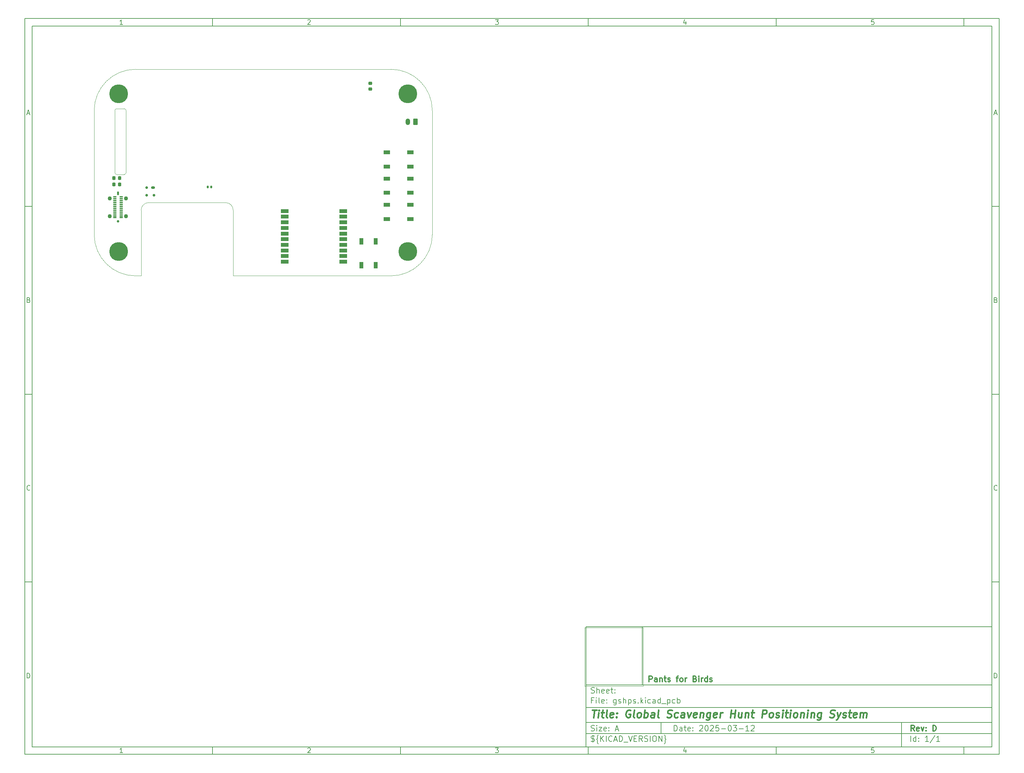
<source format=gbr>
%TF.GenerationSoftware,KiCad,Pcbnew,8.0.6+1*%
%TF.CreationDate,2025-03-13T00:18:41+00:00*%
%TF.ProjectId,gshps,67736870-732e-46b6-9963-61645f706362,D*%
%TF.SameCoordinates,Original*%
%TF.FileFunction,Soldermask,Top*%
%TF.FilePolarity,Negative*%
%FSLAX45Y45*%
G04 Gerber Fmt 4.5, Leading zero omitted, Abs format (unit mm)*
G04 Created by KiCad (PCBNEW 8.0.6+1) date 2025-03-13 00:18:41*
%MOMM*%
%LPD*%
G01*
G04 APERTURE LIST*
G04 Aperture macros list*
%AMRoundRect*
0 Rectangle with rounded corners*
0 $1 Rounding radius*
0 $2 $3 $4 $5 $6 $7 $8 $9 X,Y pos of 4 corners*
0 Add a 4 corners polygon primitive as box body*
4,1,4,$2,$3,$4,$5,$6,$7,$8,$9,$2,$3,0*
0 Add four circle primitives for the rounded corners*
1,1,$1+$1,$2,$3*
1,1,$1+$1,$4,$5*
1,1,$1+$1,$6,$7*
1,1,$1+$1,$8,$9*
0 Add four rect primitives between the rounded corners*
20,1,$1+$1,$2,$3,$4,$5,0*
20,1,$1+$1,$4,$5,$6,$7,0*
20,1,$1+$1,$6,$7,$8,$9,0*
20,1,$1+$1,$8,$9,$2,$3,0*%
G04 Aperture macros list end*
%ADD10C,0.100000*%
%ADD11C,0.150000*%
%ADD12C,0.300000*%
%ADD13C,0.400000*%
%TA.AperFunction,Profile*%
%ADD14C,0.100000*%
%TD*%
%ADD15RoundRect,0.140000X-0.140000X-0.170000X0.140000X-0.170000X0.140000X0.170000X-0.140000X0.170000X0*%
%ADD16R,1.700000X1.000000*%
%ADD17C,5.000000*%
%ADD18C,0.660000*%
%ADD19O,0.580000X1.000000*%
%ADD20R,0.850000X0.300000*%
%ADD21C,1.100000*%
%ADD22RoundRect,0.218750X0.218750X0.256250X-0.218750X0.256250X-0.218750X-0.256250X0.218750X-0.256250X0*%
%ADD23RoundRect,0.175000X-0.325000X0.175000X-0.325000X-0.175000X0.325000X-0.175000X0.325000X0.175000X0*%
%ADD24RoundRect,0.150000X-0.150000X0.200000X-0.150000X-0.200000X0.150000X-0.200000X0.150000X0.200000X0*%
%ADD25RoundRect,0.218750X0.256250X-0.218750X0.256250X0.218750X-0.256250X0.218750X-0.256250X-0.218750X0*%
%ADD26R,1.000000X1.700000*%
%ADD27R,2.000000X1.000000*%
%ADD28RoundRect,0.250000X0.350000X0.625000X-0.350000X0.625000X-0.350000X-0.625000X0.350000X-0.625000X0*%
%ADD29O,1.200000X1.750000*%
G04 APERTURE END LIST*
D10*
X15905782Y-17215462D02*
X15905782Y-18774098D01*
X17464418Y-18774098D01*
X17464418Y-17215462D01*
X15905782Y-17215462D01*
D11*
X15940000Y-17190000D02*
X26740000Y-17190000D01*
X26740000Y-20390000D01*
X15940000Y-20390000D01*
X15940000Y-17190000D01*
D10*
D11*
X1000000Y-1000000D02*
X26940000Y-1000000D01*
X26940000Y-20590000D01*
X1000000Y-20590000D01*
X1000000Y-1000000D01*
D10*
D11*
X1200000Y-1200000D02*
X26740000Y-1200000D01*
X26740000Y-20390000D01*
X1200000Y-20390000D01*
X1200000Y-1200000D01*
D10*
D11*
X6000000Y-1200000D02*
X6000000Y-1000000D01*
D10*
D11*
X11000000Y-1200000D02*
X11000000Y-1000000D01*
D10*
D11*
X16000000Y-1200000D02*
X16000000Y-1000000D01*
D10*
D11*
X21000000Y-1200000D02*
X21000000Y-1000000D01*
D10*
D11*
X26000000Y-1200000D02*
X26000000Y-1000000D01*
D10*
D11*
X3608916Y-1159360D02*
X3534630Y-1159360D01*
X3571773Y-1159360D02*
X3571773Y-1029360D01*
X3571773Y-1029360D02*
X3559392Y-1047932D01*
X3559392Y-1047932D02*
X3547011Y-1060313D01*
X3547011Y-1060313D02*
X3534630Y-1066503D01*
D10*
D11*
X8534630Y-1041741D02*
X8540821Y-1035551D01*
X8540821Y-1035551D02*
X8553202Y-1029360D01*
X8553202Y-1029360D02*
X8584154Y-1029360D01*
X8584154Y-1029360D02*
X8596535Y-1035551D01*
X8596535Y-1035551D02*
X8602726Y-1041741D01*
X8602726Y-1041741D02*
X8608916Y-1054122D01*
X8608916Y-1054122D02*
X8608916Y-1066503D01*
X8608916Y-1066503D02*
X8602726Y-1085075D01*
X8602726Y-1085075D02*
X8528440Y-1159360D01*
X8528440Y-1159360D02*
X8608916Y-1159360D01*
D10*
D11*
X13528440Y-1029360D02*
X13608916Y-1029360D01*
X13608916Y-1029360D02*
X13565583Y-1078884D01*
X13565583Y-1078884D02*
X13584154Y-1078884D01*
X13584154Y-1078884D02*
X13596535Y-1085075D01*
X13596535Y-1085075D02*
X13602725Y-1091265D01*
X13602725Y-1091265D02*
X13608916Y-1103646D01*
X13608916Y-1103646D02*
X13608916Y-1134599D01*
X13608916Y-1134599D02*
X13602725Y-1146980D01*
X13602725Y-1146980D02*
X13596535Y-1153170D01*
X13596535Y-1153170D02*
X13584154Y-1159360D01*
X13584154Y-1159360D02*
X13547011Y-1159360D01*
X13547011Y-1159360D02*
X13534630Y-1153170D01*
X13534630Y-1153170D02*
X13528440Y-1146980D01*
D10*
D11*
X18596535Y-1072694D02*
X18596535Y-1159360D01*
X18565583Y-1023170D02*
X18534630Y-1116027D01*
X18534630Y-1116027D02*
X18615106Y-1116027D01*
D10*
D11*
X23602725Y-1029360D02*
X23540821Y-1029360D01*
X23540821Y-1029360D02*
X23534630Y-1091265D01*
X23534630Y-1091265D02*
X23540821Y-1085075D01*
X23540821Y-1085075D02*
X23553202Y-1078884D01*
X23553202Y-1078884D02*
X23584154Y-1078884D01*
X23584154Y-1078884D02*
X23596535Y-1085075D01*
X23596535Y-1085075D02*
X23602725Y-1091265D01*
X23602725Y-1091265D02*
X23608916Y-1103646D01*
X23608916Y-1103646D02*
X23608916Y-1134599D01*
X23608916Y-1134599D02*
X23602725Y-1146980D01*
X23602725Y-1146980D02*
X23596535Y-1153170D01*
X23596535Y-1153170D02*
X23584154Y-1159360D01*
X23584154Y-1159360D02*
X23553202Y-1159360D01*
X23553202Y-1159360D02*
X23540821Y-1153170D01*
X23540821Y-1153170D02*
X23534630Y-1146980D01*
D10*
D11*
X6000000Y-20390000D02*
X6000000Y-20590000D01*
D10*
D11*
X11000000Y-20390000D02*
X11000000Y-20590000D01*
D10*
D11*
X16000000Y-20390000D02*
X16000000Y-20590000D01*
D10*
D11*
X21000000Y-20390000D02*
X21000000Y-20590000D01*
D10*
D11*
X26000000Y-20390000D02*
X26000000Y-20590000D01*
D10*
D11*
X3608916Y-20549360D02*
X3534630Y-20549360D01*
X3571773Y-20549360D02*
X3571773Y-20419360D01*
X3571773Y-20419360D02*
X3559392Y-20437932D01*
X3559392Y-20437932D02*
X3547011Y-20450313D01*
X3547011Y-20450313D02*
X3534630Y-20456503D01*
D10*
D11*
X8534630Y-20431741D02*
X8540821Y-20425551D01*
X8540821Y-20425551D02*
X8553202Y-20419360D01*
X8553202Y-20419360D02*
X8584154Y-20419360D01*
X8584154Y-20419360D02*
X8596535Y-20425551D01*
X8596535Y-20425551D02*
X8602726Y-20431741D01*
X8602726Y-20431741D02*
X8608916Y-20444122D01*
X8608916Y-20444122D02*
X8608916Y-20456503D01*
X8608916Y-20456503D02*
X8602726Y-20475075D01*
X8602726Y-20475075D02*
X8528440Y-20549360D01*
X8528440Y-20549360D02*
X8608916Y-20549360D01*
D10*
D11*
X13528440Y-20419360D02*
X13608916Y-20419360D01*
X13608916Y-20419360D02*
X13565583Y-20468884D01*
X13565583Y-20468884D02*
X13584154Y-20468884D01*
X13584154Y-20468884D02*
X13596535Y-20475075D01*
X13596535Y-20475075D02*
X13602725Y-20481265D01*
X13602725Y-20481265D02*
X13608916Y-20493646D01*
X13608916Y-20493646D02*
X13608916Y-20524599D01*
X13608916Y-20524599D02*
X13602725Y-20536980D01*
X13602725Y-20536980D02*
X13596535Y-20543170D01*
X13596535Y-20543170D02*
X13584154Y-20549360D01*
X13584154Y-20549360D02*
X13547011Y-20549360D01*
X13547011Y-20549360D02*
X13534630Y-20543170D01*
X13534630Y-20543170D02*
X13528440Y-20536980D01*
D10*
D11*
X18596535Y-20462694D02*
X18596535Y-20549360D01*
X18565583Y-20413170D02*
X18534630Y-20506027D01*
X18534630Y-20506027D02*
X18615106Y-20506027D01*
D10*
D11*
X23602725Y-20419360D02*
X23540821Y-20419360D01*
X23540821Y-20419360D02*
X23534630Y-20481265D01*
X23534630Y-20481265D02*
X23540821Y-20475075D01*
X23540821Y-20475075D02*
X23553202Y-20468884D01*
X23553202Y-20468884D02*
X23584154Y-20468884D01*
X23584154Y-20468884D02*
X23596535Y-20475075D01*
X23596535Y-20475075D02*
X23602725Y-20481265D01*
X23602725Y-20481265D02*
X23608916Y-20493646D01*
X23608916Y-20493646D02*
X23608916Y-20524599D01*
X23608916Y-20524599D02*
X23602725Y-20536980D01*
X23602725Y-20536980D02*
X23596535Y-20543170D01*
X23596535Y-20543170D02*
X23584154Y-20549360D01*
X23584154Y-20549360D02*
X23553202Y-20549360D01*
X23553202Y-20549360D02*
X23540821Y-20543170D01*
X23540821Y-20543170D02*
X23534630Y-20536980D01*
D10*
D11*
X1000000Y-6000000D02*
X1200000Y-6000000D01*
D10*
D11*
X1000000Y-11000000D02*
X1200000Y-11000000D01*
D10*
D11*
X1000000Y-16000000D02*
X1200000Y-16000000D01*
D10*
D11*
X1069048Y-3522218D02*
X1130952Y-3522218D01*
X1056667Y-3559360D02*
X1100000Y-3429360D01*
X1100000Y-3429360D02*
X1143333Y-3559360D01*
D10*
D11*
X1109286Y-8491265D02*
X1127857Y-8497456D01*
X1127857Y-8497456D02*
X1134048Y-8503646D01*
X1134048Y-8503646D02*
X1140238Y-8516027D01*
X1140238Y-8516027D02*
X1140238Y-8534599D01*
X1140238Y-8534599D02*
X1134048Y-8546980D01*
X1134048Y-8546980D02*
X1127857Y-8553170D01*
X1127857Y-8553170D02*
X1115476Y-8559360D01*
X1115476Y-8559360D02*
X1065952Y-8559360D01*
X1065952Y-8559360D02*
X1065952Y-8429360D01*
X1065952Y-8429360D02*
X1109286Y-8429360D01*
X1109286Y-8429360D02*
X1121667Y-8435551D01*
X1121667Y-8435551D02*
X1127857Y-8441741D01*
X1127857Y-8441741D02*
X1134048Y-8454122D01*
X1134048Y-8454122D02*
X1134048Y-8466503D01*
X1134048Y-8466503D02*
X1127857Y-8478884D01*
X1127857Y-8478884D02*
X1121667Y-8485075D01*
X1121667Y-8485075D02*
X1109286Y-8491265D01*
X1109286Y-8491265D02*
X1065952Y-8491265D01*
D10*
D11*
X1140238Y-13546979D02*
X1134048Y-13553170D01*
X1134048Y-13553170D02*
X1115476Y-13559360D01*
X1115476Y-13559360D02*
X1103095Y-13559360D01*
X1103095Y-13559360D02*
X1084524Y-13553170D01*
X1084524Y-13553170D02*
X1072143Y-13540789D01*
X1072143Y-13540789D02*
X1065952Y-13528408D01*
X1065952Y-13528408D02*
X1059762Y-13503646D01*
X1059762Y-13503646D02*
X1059762Y-13485075D01*
X1059762Y-13485075D02*
X1065952Y-13460313D01*
X1065952Y-13460313D02*
X1072143Y-13447932D01*
X1072143Y-13447932D02*
X1084524Y-13435551D01*
X1084524Y-13435551D02*
X1103095Y-13429360D01*
X1103095Y-13429360D02*
X1115476Y-13429360D01*
X1115476Y-13429360D02*
X1134048Y-13435551D01*
X1134048Y-13435551D02*
X1140238Y-13441741D01*
D10*
D11*
X1065952Y-18559360D02*
X1065952Y-18429360D01*
X1065952Y-18429360D02*
X1096905Y-18429360D01*
X1096905Y-18429360D02*
X1115476Y-18435551D01*
X1115476Y-18435551D02*
X1127857Y-18447932D01*
X1127857Y-18447932D02*
X1134048Y-18460313D01*
X1134048Y-18460313D02*
X1140238Y-18485075D01*
X1140238Y-18485075D02*
X1140238Y-18503646D01*
X1140238Y-18503646D02*
X1134048Y-18528408D01*
X1134048Y-18528408D02*
X1127857Y-18540789D01*
X1127857Y-18540789D02*
X1115476Y-18553170D01*
X1115476Y-18553170D02*
X1096905Y-18559360D01*
X1096905Y-18559360D02*
X1065952Y-18559360D01*
D10*
D11*
X26940000Y-6000000D02*
X26740000Y-6000000D01*
D10*
D11*
X26940000Y-11000000D02*
X26740000Y-11000000D01*
D10*
D11*
X26940000Y-16000000D02*
X26740000Y-16000000D01*
D10*
D11*
X26809048Y-3522218D02*
X26870952Y-3522218D01*
X26796667Y-3559360D02*
X26840000Y-3429360D01*
X26840000Y-3429360D02*
X26883333Y-3559360D01*
D10*
D11*
X26849286Y-8491265D02*
X26867857Y-8497456D01*
X26867857Y-8497456D02*
X26874048Y-8503646D01*
X26874048Y-8503646D02*
X26880238Y-8516027D01*
X26880238Y-8516027D02*
X26880238Y-8534599D01*
X26880238Y-8534599D02*
X26874048Y-8546980D01*
X26874048Y-8546980D02*
X26867857Y-8553170D01*
X26867857Y-8553170D02*
X26855476Y-8559360D01*
X26855476Y-8559360D02*
X26805952Y-8559360D01*
X26805952Y-8559360D02*
X26805952Y-8429360D01*
X26805952Y-8429360D02*
X26849286Y-8429360D01*
X26849286Y-8429360D02*
X26861667Y-8435551D01*
X26861667Y-8435551D02*
X26867857Y-8441741D01*
X26867857Y-8441741D02*
X26874048Y-8454122D01*
X26874048Y-8454122D02*
X26874048Y-8466503D01*
X26874048Y-8466503D02*
X26867857Y-8478884D01*
X26867857Y-8478884D02*
X26861667Y-8485075D01*
X26861667Y-8485075D02*
X26849286Y-8491265D01*
X26849286Y-8491265D02*
X26805952Y-8491265D01*
D10*
D11*
X26880238Y-13546979D02*
X26874048Y-13553170D01*
X26874048Y-13553170D02*
X26855476Y-13559360D01*
X26855476Y-13559360D02*
X26843095Y-13559360D01*
X26843095Y-13559360D02*
X26824524Y-13553170D01*
X26824524Y-13553170D02*
X26812143Y-13540789D01*
X26812143Y-13540789D02*
X26805952Y-13528408D01*
X26805952Y-13528408D02*
X26799762Y-13503646D01*
X26799762Y-13503646D02*
X26799762Y-13485075D01*
X26799762Y-13485075D02*
X26805952Y-13460313D01*
X26805952Y-13460313D02*
X26812143Y-13447932D01*
X26812143Y-13447932D02*
X26824524Y-13435551D01*
X26824524Y-13435551D02*
X26843095Y-13429360D01*
X26843095Y-13429360D02*
X26855476Y-13429360D01*
X26855476Y-13429360D02*
X26874048Y-13435551D01*
X26874048Y-13435551D02*
X26880238Y-13441741D01*
D10*
D11*
X26805952Y-18559360D02*
X26805952Y-18429360D01*
X26805952Y-18429360D02*
X26836905Y-18429360D01*
X26836905Y-18429360D02*
X26855476Y-18435551D01*
X26855476Y-18435551D02*
X26867857Y-18447932D01*
X26867857Y-18447932D02*
X26874048Y-18460313D01*
X26874048Y-18460313D02*
X26880238Y-18485075D01*
X26880238Y-18485075D02*
X26880238Y-18503646D01*
X26880238Y-18503646D02*
X26874048Y-18528408D01*
X26874048Y-18528408D02*
X26867857Y-18540789D01*
X26867857Y-18540789D02*
X26855476Y-18553170D01*
X26855476Y-18553170D02*
X26836905Y-18559360D01*
X26836905Y-18559360D02*
X26805952Y-18559360D01*
D10*
D11*
X18285583Y-19968613D02*
X18285583Y-19818613D01*
X18285583Y-19818613D02*
X18321297Y-19818613D01*
X18321297Y-19818613D02*
X18342726Y-19825756D01*
X18342726Y-19825756D02*
X18357011Y-19840041D01*
X18357011Y-19840041D02*
X18364154Y-19854327D01*
X18364154Y-19854327D02*
X18371297Y-19882899D01*
X18371297Y-19882899D02*
X18371297Y-19904327D01*
X18371297Y-19904327D02*
X18364154Y-19932899D01*
X18364154Y-19932899D02*
X18357011Y-19947184D01*
X18357011Y-19947184D02*
X18342726Y-19961470D01*
X18342726Y-19961470D02*
X18321297Y-19968613D01*
X18321297Y-19968613D02*
X18285583Y-19968613D01*
X18499868Y-19968613D02*
X18499868Y-19890041D01*
X18499868Y-19890041D02*
X18492726Y-19875756D01*
X18492726Y-19875756D02*
X18478440Y-19868613D01*
X18478440Y-19868613D02*
X18449868Y-19868613D01*
X18449868Y-19868613D02*
X18435583Y-19875756D01*
X18499868Y-19961470D02*
X18485583Y-19968613D01*
X18485583Y-19968613D02*
X18449868Y-19968613D01*
X18449868Y-19968613D02*
X18435583Y-19961470D01*
X18435583Y-19961470D02*
X18428440Y-19947184D01*
X18428440Y-19947184D02*
X18428440Y-19932899D01*
X18428440Y-19932899D02*
X18435583Y-19918613D01*
X18435583Y-19918613D02*
X18449868Y-19911470D01*
X18449868Y-19911470D02*
X18485583Y-19911470D01*
X18485583Y-19911470D02*
X18499868Y-19904327D01*
X18549868Y-19868613D02*
X18607011Y-19868613D01*
X18571297Y-19818613D02*
X18571297Y-19947184D01*
X18571297Y-19947184D02*
X18578440Y-19961470D01*
X18578440Y-19961470D02*
X18592726Y-19968613D01*
X18592726Y-19968613D02*
X18607011Y-19968613D01*
X18714154Y-19961470D02*
X18699868Y-19968613D01*
X18699868Y-19968613D02*
X18671297Y-19968613D01*
X18671297Y-19968613D02*
X18657011Y-19961470D01*
X18657011Y-19961470D02*
X18649868Y-19947184D01*
X18649868Y-19947184D02*
X18649868Y-19890041D01*
X18649868Y-19890041D02*
X18657011Y-19875756D01*
X18657011Y-19875756D02*
X18671297Y-19868613D01*
X18671297Y-19868613D02*
X18699868Y-19868613D01*
X18699868Y-19868613D02*
X18714154Y-19875756D01*
X18714154Y-19875756D02*
X18721297Y-19890041D01*
X18721297Y-19890041D02*
X18721297Y-19904327D01*
X18721297Y-19904327D02*
X18649868Y-19918613D01*
X18785583Y-19954327D02*
X18792726Y-19961470D01*
X18792726Y-19961470D02*
X18785583Y-19968613D01*
X18785583Y-19968613D02*
X18778440Y-19961470D01*
X18778440Y-19961470D02*
X18785583Y-19954327D01*
X18785583Y-19954327D02*
X18785583Y-19968613D01*
X18785583Y-19875756D02*
X18792726Y-19882899D01*
X18792726Y-19882899D02*
X18785583Y-19890041D01*
X18785583Y-19890041D02*
X18778440Y-19882899D01*
X18778440Y-19882899D02*
X18785583Y-19875756D01*
X18785583Y-19875756D02*
X18785583Y-19890041D01*
X18964154Y-19832899D02*
X18971297Y-19825756D01*
X18971297Y-19825756D02*
X18985583Y-19818613D01*
X18985583Y-19818613D02*
X19021297Y-19818613D01*
X19021297Y-19818613D02*
X19035583Y-19825756D01*
X19035583Y-19825756D02*
X19042726Y-19832899D01*
X19042726Y-19832899D02*
X19049868Y-19847184D01*
X19049868Y-19847184D02*
X19049868Y-19861470D01*
X19049868Y-19861470D02*
X19042726Y-19882899D01*
X19042726Y-19882899D02*
X18957011Y-19968613D01*
X18957011Y-19968613D02*
X19049868Y-19968613D01*
X19142726Y-19818613D02*
X19157011Y-19818613D01*
X19157011Y-19818613D02*
X19171297Y-19825756D01*
X19171297Y-19825756D02*
X19178440Y-19832899D01*
X19178440Y-19832899D02*
X19185583Y-19847184D01*
X19185583Y-19847184D02*
X19192726Y-19875756D01*
X19192726Y-19875756D02*
X19192726Y-19911470D01*
X19192726Y-19911470D02*
X19185583Y-19940041D01*
X19185583Y-19940041D02*
X19178440Y-19954327D01*
X19178440Y-19954327D02*
X19171297Y-19961470D01*
X19171297Y-19961470D02*
X19157011Y-19968613D01*
X19157011Y-19968613D02*
X19142726Y-19968613D01*
X19142726Y-19968613D02*
X19128440Y-19961470D01*
X19128440Y-19961470D02*
X19121297Y-19954327D01*
X19121297Y-19954327D02*
X19114154Y-19940041D01*
X19114154Y-19940041D02*
X19107011Y-19911470D01*
X19107011Y-19911470D02*
X19107011Y-19875756D01*
X19107011Y-19875756D02*
X19114154Y-19847184D01*
X19114154Y-19847184D02*
X19121297Y-19832899D01*
X19121297Y-19832899D02*
X19128440Y-19825756D01*
X19128440Y-19825756D02*
X19142726Y-19818613D01*
X19249868Y-19832899D02*
X19257011Y-19825756D01*
X19257011Y-19825756D02*
X19271297Y-19818613D01*
X19271297Y-19818613D02*
X19307011Y-19818613D01*
X19307011Y-19818613D02*
X19321297Y-19825756D01*
X19321297Y-19825756D02*
X19328440Y-19832899D01*
X19328440Y-19832899D02*
X19335583Y-19847184D01*
X19335583Y-19847184D02*
X19335583Y-19861470D01*
X19335583Y-19861470D02*
X19328440Y-19882899D01*
X19328440Y-19882899D02*
X19242725Y-19968613D01*
X19242725Y-19968613D02*
X19335583Y-19968613D01*
X19471297Y-19818613D02*
X19399868Y-19818613D01*
X19399868Y-19818613D02*
X19392725Y-19890041D01*
X19392725Y-19890041D02*
X19399868Y-19882899D01*
X19399868Y-19882899D02*
X19414154Y-19875756D01*
X19414154Y-19875756D02*
X19449868Y-19875756D01*
X19449868Y-19875756D02*
X19464154Y-19882899D01*
X19464154Y-19882899D02*
X19471297Y-19890041D01*
X19471297Y-19890041D02*
X19478440Y-19904327D01*
X19478440Y-19904327D02*
X19478440Y-19940041D01*
X19478440Y-19940041D02*
X19471297Y-19954327D01*
X19471297Y-19954327D02*
X19464154Y-19961470D01*
X19464154Y-19961470D02*
X19449868Y-19968613D01*
X19449868Y-19968613D02*
X19414154Y-19968613D01*
X19414154Y-19968613D02*
X19399868Y-19961470D01*
X19399868Y-19961470D02*
X19392725Y-19954327D01*
X19542725Y-19911470D02*
X19657011Y-19911470D01*
X19757011Y-19818613D02*
X19771297Y-19818613D01*
X19771297Y-19818613D02*
X19785583Y-19825756D01*
X19785583Y-19825756D02*
X19792725Y-19832899D01*
X19792725Y-19832899D02*
X19799868Y-19847184D01*
X19799868Y-19847184D02*
X19807011Y-19875756D01*
X19807011Y-19875756D02*
X19807011Y-19911470D01*
X19807011Y-19911470D02*
X19799868Y-19940041D01*
X19799868Y-19940041D02*
X19792725Y-19954327D01*
X19792725Y-19954327D02*
X19785583Y-19961470D01*
X19785583Y-19961470D02*
X19771297Y-19968613D01*
X19771297Y-19968613D02*
X19757011Y-19968613D01*
X19757011Y-19968613D02*
X19742725Y-19961470D01*
X19742725Y-19961470D02*
X19735583Y-19954327D01*
X19735583Y-19954327D02*
X19728440Y-19940041D01*
X19728440Y-19940041D02*
X19721297Y-19911470D01*
X19721297Y-19911470D02*
X19721297Y-19875756D01*
X19721297Y-19875756D02*
X19728440Y-19847184D01*
X19728440Y-19847184D02*
X19735583Y-19832899D01*
X19735583Y-19832899D02*
X19742725Y-19825756D01*
X19742725Y-19825756D02*
X19757011Y-19818613D01*
X19857011Y-19818613D02*
X19949868Y-19818613D01*
X19949868Y-19818613D02*
X19899868Y-19875756D01*
X19899868Y-19875756D02*
X19921297Y-19875756D01*
X19921297Y-19875756D02*
X19935583Y-19882899D01*
X19935583Y-19882899D02*
X19942725Y-19890041D01*
X19942725Y-19890041D02*
X19949868Y-19904327D01*
X19949868Y-19904327D02*
X19949868Y-19940041D01*
X19949868Y-19940041D02*
X19942725Y-19954327D01*
X19942725Y-19954327D02*
X19935583Y-19961470D01*
X19935583Y-19961470D02*
X19921297Y-19968613D01*
X19921297Y-19968613D02*
X19878440Y-19968613D01*
X19878440Y-19968613D02*
X19864154Y-19961470D01*
X19864154Y-19961470D02*
X19857011Y-19954327D01*
X20014154Y-19911470D02*
X20128440Y-19911470D01*
X20278440Y-19968613D02*
X20192725Y-19968613D01*
X20235582Y-19968613D02*
X20235582Y-19818613D01*
X20235582Y-19818613D02*
X20221297Y-19840041D01*
X20221297Y-19840041D02*
X20207011Y-19854327D01*
X20207011Y-19854327D02*
X20192725Y-19861470D01*
X20335582Y-19832899D02*
X20342725Y-19825756D01*
X20342725Y-19825756D02*
X20357011Y-19818613D01*
X20357011Y-19818613D02*
X20392725Y-19818613D01*
X20392725Y-19818613D02*
X20407011Y-19825756D01*
X20407011Y-19825756D02*
X20414154Y-19832899D01*
X20414154Y-19832899D02*
X20421297Y-19847184D01*
X20421297Y-19847184D02*
X20421297Y-19861470D01*
X20421297Y-19861470D02*
X20414154Y-19882899D01*
X20414154Y-19882899D02*
X20328440Y-19968613D01*
X20328440Y-19968613D02*
X20421297Y-19968613D01*
D10*
D11*
X15940000Y-20040000D02*
X26740000Y-20040000D01*
D10*
D11*
X16078440Y-20241470D02*
X16099868Y-20248613D01*
X16099868Y-20248613D02*
X16135583Y-20248613D01*
X16135583Y-20248613D02*
X16149868Y-20241470D01*
X16149868Y-20241470D02*
X16157011Y-20234327D01*
X16157011Y-20234327D02*
X16164154Y-20220041D01*
X16164154Y-20220041D02*
X16164154Y-20205756D01*
X16164154Y-20205756D02*
X16157011Y-20191470D01*
X16157011Y-20191470D02*
X16149868Y-20184327D01*
X16149868Y-20184327D02*
X16135583Y-20177184D01*
X16135583Y-20177184D02*
X16107011Y-20170041D01*
X16107011Y-20170041D02*
X16092725Y-20162899D01*
X16092725Y-20162899D02*
X16085583Y-20155756D01*
X16085583Y-20155756D02*
X16078440Y-20141470D01*
X16078440Y-20141470D02*
X16078440Y-20127184D01*
X16078440Y-20127184D02*
X16085583Y-20112899D01*
X16085583Y-20112899D02*
X16092725Y-20105756D01*
X16092725Y-20105756D02*
X16107011Y-20098613D01*
X16107011Y-20098613D02*
X16142725Y-20098613D01*
X16142725Y-20098613D02*
X16164154Y-20105756D01*
X16121297Y-20077184D02*
X16121297Y-20270041D01*
X16271297Y-20305756D02*
X16264154Y-20305756D01*
X16264154Y-20305756D02*
X16249868Y-20298613D01*
X16249868Y-20298613D02*
X16242725Y-20284327D01*
X16242725Y-20284327D02*
X16242725Y-20212899D01*
X16242725Y-20212899D02*
X16235583Y-20198613D01*
X16235583Y-20198613D02*
X16221297Y-20191470D01*
X16221297Y-20191470D02*
X16235583Y-20184327D01*
X16235583Y-20184327D02*
X16242725Y-20170041D01*
X16242725Y-20170041D02*
X16242725Y-20098613D01*
X16242725Y-20098613D02*
X16249868Y-20084327D01*
X16249868Y-20084327D02*
X16264154Y-20077184D01*
X16264154Y-20077184D02*
X16271297Y-20077184D01*
X16328440Y-20248613D02*
X16328440Y-20098613D01*
X16414154Y-20248613D02*
X16349868Y-20162899D01*
X16414154Y-20098613D02*
X16328440Y-20184327D01*
X16478440Y-20248613D02*
X16478440Y-20098613D01*
X16635583Y-20234327D02*
X16628440Y-20241470D01*
X16628440Y-20241470D02*
X16607011Y-20248613D01*
X16607011Y-20248613D02*
X16592725Y-20248613D01*
X16592725Y-20248613D02*
X16571297Y-20241470D01*
X16571297Y-20241470D02*
X16557011Y-20227184D01*
X16557011Y-20227184D02*
X16549868Y-20212899D01*
X16549868Y-20212899D02*
X16542725Y-20184327D01*
X16542725Y-20184327D02*
X16542725Y-20162899D01*
X16542725Y-20162899D02*
X16549868Y-20134327D01*
X16549868Y-20134327D02*
X16557011Y-20120041D01*
X16557011Y-20120041D02*
X16571297Y-20105756D01*
X16571297Y-20105756D02*
X16592725Y-20098613D01*
X16592725Y-20098613D02*
X16607011Y-20098613D01*
X16607011Y-20098613D02*
X16628440Y-20105756D01*
X16628440Y-20105756D02*
X16635583Y-20112899D01*
X16692725Y-20205756D02*
X16764154Y-20205756D01*
X16678440Y-20248613D02*
X16728440Y-20098613D01*
X16728440Y-20098613D02*
X16778440Y-20248613D01*
X16828440Y-20248613D02*
X16828440Y-20098613D01*
X16828440Y-20098613D02*
X16864154Y-20098613D01*
X16864154Y-20098613D02*
X16885583Y-20105756D01*
X16885583Y-20105756D02*
X16899868Y-20120041D01*
X16899868Y-20120041D02*
X16907011Y-20134327D01*
X16907011Y-20134327D02*
X16914154Y-20162899D01*
X16914154Y-20162899D02*
X16914154Y-20184327D01*
X16914154Y-20184327D02*
X16907011Y-20212899D01*
X16907011Y-20212899D02*
X16899868Y-20227184D01*
X16899868Y-20227184D02*
X16885583Y-20241470D01*
X16885583Y-20241470D02*
X16864154Y-20248613D01*
X16864154Y-20248613D02*
X16828440Y-20248613D01*
X16942726Y-20262899D02*
X17057011Y-20262899D01*
X17071297Y-20098613D02*
X17121297Y-20248613D01*
X17121297Y-20248613D02*
X17171297Y-20098613D01*
X17221297Y-20170041D02*
X17271297Y-20170041D01*
X17292725Y-20248613D02*
X17221297Y-20248613D01*
X17221297Y-20248613D02*
X17221297Y-20098613D01*
X17221297Y-20098613D02*
X17292725Y-20098613D01*
X17442725Y-20248613D02*
X17392725Y-20177184D01*
X17357011Y-20248613D02*
X17357011Y-20098613D01*
X17357011Y-20098613D02*
X17414154Y-20098613D01*
X17414154Y-20098613D02*
X17428440Y-20105756D01*
X17428440Y-20105756D02*
X17435583Y-20112899D01*
X17435583Y-20112899D02*
X17442725Y-20127184D01*
X17442725Y-20127184D02*
X17442725Y-20148613D01*
X17442725Y-20148613D02*
X17435583Y-20162899D01*
X17435583Y-20162899D02*
X17428440Y-20170041D01*
X17428440Y-20170041D02*
X17414154Y-20177184D01*
X17414154Y-20177184D02*
X17357011Y-20177184D01*
X17499868Y-20241470D02*
X17521297Y-20248613D01*
X17521297Y-20248613D02*
X17557011Y-20248613D01*
X17557011Y-20248613D02*
X17571297Y-20241470D01*
X17571297Y-20241470D02*
X17578440Y-20234327D01*
X17578440Y-20234327D02*
X17585583Y-20220041D01*
X17585583Y-20220041D02*
X17585583Y-20205756D01*
X17585583Y-20205756D02*
X17578440Y-20191470D01*
X17578440Y-20191470D02*
X17571297Y-20184327D01*
X17571297Y-20184327D02*
X17557011Y-20177184D01*
X17557011Y-20177184D02*
X17528440Y-20170041D01*
X17528440Y-20170041D02*
X17514154Y-20162899D01*
X17514154Y-20162899D02*
X17507011Y-20155756D01*
X17507011Y-20155756D02*
X17499868Y-20141470D01*
X17499868Y-20141470D02*
X17499868Y-20127184D01*
X17499868Y-20127184D02*
X17507011Y-20112899D01*
X17507011Y-20112899D02*
X17514154Y-20105756D01*
X17514154Y-20105756D02*
X17528440Y-20098613D01*
X17528440Y-20098613D02*
X17564154Y-20098613D01*
X17564154Y-20098613D02*
X17585583Y-20105756D01*
X17649868Y-20248613D02*
X17649868Y-20098613D01*
X17749868Y-20098613D02*
X17778440Y-20098613D01*
X17778440Y-20098613D02*
X17792725Y-20105756D01*
X17792725Y-20105756D02*
X17807011Y-20120041D01*
X17807011Y-20120041D02*
X17814154Y-20148613D01*
X17814154Y-20148613D02*
X17814154Y-20198613D01*
X17814154Y-20198613D02*
X17807011Y-20227184D01*
X17807011Y-20227184D02*
X17792725Y-20241470D01*
X17792725Y-20241470D02*
X17778440Y-20248613D01*
X17778440Y-20248613D02*
X17749868Y-20248613D01*
X17749868Y-20248613D02*
X17735583Y-20241470D01*
X17735583Y-20241470D02*
X17721297Y-20227184D01*
X17721297Y-20227184D02*
X17714154Y-20198613D01*
X17714154Y-20198613D02*
X17714154Y-20148613D01*
X17714154Y-20148613D02*
X17721297Y-20120041D01*
X17721297Y-20120041D02*
X17735583Y-20105756D01*
X17735583Y-20105756D02*
X17749868Y-20098613D01*
X17878440Y-20248613D02*
X17878440Y-20098613D01*
X17878440Y-20098613D02*
X17964154Y-20248613D01*
X17964154Y-20248613D02*
X17964154Y-20098613D01*
X18021297Y-20305756D02*
X18028440Y-20305756D01*
X18028440Y-20305756D02*
X18042726Y-20298613D01*
X18042726Y-20298613D02*
X18049868Y-20284327D01*
X18049868Y-20284327D02*
X18049868Y-20212899D01*
X18049868Y-20212899D02*
X18057011Y-20198613D01*
X18057011Y-20198613D02*
X18071297Y-20191470D01*
X18071297Y-20191470D02*
X18057011Y-20184327D01*
X18057011Y-20184327D02*
X18049868Y-20170041D01*
X18049868Y-20170041D02*
X18049868Y-20098613D01*
X18049868Y-20098613D02*
X18042726Y-20084327D01*
X18042726Y-20084327D02*
X18028440Y-20077184D01*
X18028440Y-20077184D02*
X18021297Y-20077184D01*
D10*
D11*
X15940000Y-19740000D02*
X26740000Y-19740000D01*
D10*
D12*
X24681165Y-19967833D02*
X24631165Y-19896404D01*
X24595451Y-19967833D02*
X24595451Y-19817833D01*
X24595451Y-19817833D02*
X24652594Y-19817833D01*
X24652594Y-19817833D02*
X24666880Y-19824976D01*
X24666880Y-19824976D02*
X24674022Y-19832119D01*
X24674022Y-19832119D02*
X24681165Y-19846404D01*
X24681165Y-19846404D02*
X24681165Y-19867833D01*
X24681165Y-19867833D02*
X24674022Y-19882119D01*
X24674022Y-19882119D02*
X24666880Y-19889261D01*
X24666880Y-19889261D02*
X24652594Y-19896404D01*
X24652594Y-19896404D02*
X24595451Y-19896404D01*
X24802594Y-19960690D02*
X24788308Y-19967833D01*
X24788308Y-19967833D02*
X24759737Y-19967833D01*
X24759737Y-19967833D02*
X24745451Y-19960690D01*
X24745451Y-19960690D02*
X24738308Y-19946404D01*
X24738308Y-19946404D02*
X24738308Y-19889261D01*
X24738308Y-19889261D02*
X24745451Y-19874976D01*
X24745451Y-19874976D02*
X24759737Y-19867833D01*
X24759737Y-19867833D02*
X24788308Y-19867833D01*
X24788308Y-19867833D02*
X24802594Y-19874976D01*
X24802594Y-19874976D02*
X24809737Y-19889261D01*
X24809737Y-19889261D02*
X24809737Y-19903547D01*
X24809737Y-19903547D02*
X24738308Y-19917833D01*
X24859737Y-19867833D02*
X24895451Y-19967833D01*
X24895451Y-19967833D02*
X24931165Y-19867833D01*
X24988308Y-19953547D02*
X24995451Y-19960690D01*
X24995451Y-19960690D02*
X24988308Y-19967833D01*
X24988308Y-19967833D02*
X24981165Y-19960690D01*
X24981165Y-19960690D02*
X24988308Y-19953547D01*
X24988308Y-19953547D02*
X24988308Y-19967833D01*
X24988308Y-19874976D02*
X24995451Y-19882119D01*
X24995451Y-19882119D02*
X24988308Y-19889261D01*
X24988308Y-19889261D02*
X24981165Y-19882119D01*
X24981165Y-19882119D02*
X24988308Y-19874976D01*
X24988308Y-19874976D02*
X24988308Y-19889261D01*
X25174022Y-19967833D02*
X25174022Y-19817833D01*
X25174022Y-19817833D02*
X25209737Y-19817833D01*
X25209737Y-19817833D02*
X25231165Y-19824976D01*
X25231165Y-19824976D02*
X25245451Y-19839261D01*
X25245451Y-19839261D02*
X25252594Y-19853547D01*
X25252594Y-19853547D02*
X25259737Y-19882119D01*
X25259737Y-19882119D02*
X25259737Y-19903547D01*
X25259737Y-19903547D02*
X25252594Y-19932119D01*
X25252594Y-19932119D02*
X25245451Y-19946404D01*
X25245451Y-19946404D02*
X25231165Y-19960690D01*
X25231165Y-19960690D02*
X25209737Y-19967833D01*
X25209737Y-19967833D02*
X25174022Y-19967833D01*
D10*
D11*
X16078440Y-19961470D02*
X16099868Y-19968613D01*
X16099868Y-19968613D02*
X16135583Y-19968613D01*
X16135583Y-19968613D02*
X16149868Y-19961470D01*
X16149868Y-19961470D02*
X16157011Y-19954327D01*
X16157011Y-19954327D02*
X16164154Y-19940041D01*
X16164154Y-19940041D02*
X16164154Y-19925756D01*
X16164154Y-19925756D02*
X16157011Y-19911470D01*
X16157011Y-19911470D02*
X16149868Y-19904327D01*
X16149868Y-19904327D02*
X16135583Y-19897184D01*
X16135583Y-19897184D02*
X16107011Y-19890041D01*
X16107011Y-19890041D02*
X16092725Y-19882899D01*
X16092725Y-19882899D02*
X16085583Y-19875756D01*
X16085583Y-19875756D02*
X16078440Y-19861470D01*
X16078440Y-19861470D02*
X16078440Y-19847184D01*
X16078440Y-19847184D02*
X16085583Y-19832899D01*
X16085583Y-19832899D02*
X16092725Y-19825756D01*
X16092725Y-19825756D02*
X16107011Y-19818613D01*
X16107011Y-19818613D02*
X16142725Y-19818613D01*
X16142725Y-19818613D02*
X16164154Y-19825756D01*
X16228440Y-19968613D02*
X16228440Y-19868613D01*
X16228440Y-19818613D02*
X16221297Y-19825756D01*
X16221297Y-19825756D02*
X16228440Y-19832899D01*
X16228440Y-19832899D02*
X16235583Y-19825756D01*
X16235583Y-19825756D02*
X16228440Y-19818613D01*
X16228440Y-19818613D02*
X16228440Y-19832899D01*
X16285583Y-19868613D02*
X16364154Y-19868613D01*
X16364154Y-19868613D02*
X16285583Y-19968613D01*
X16285583Y-19968613D02*
X16364154Y-19968613D01*
X16478440Y-19961470D02*
X16464154Y-19968613D01*
X16464154Y-19968613D02*
X16435583Y-19968613D01*
X16435583Y-19968613D02*
X16421297Y-19961470D01*
X16421297Y-19961470D02*
X16414154Y-19947184D01*
X16414154Y-19947184D02*
X16414154Y-19890041D01*
X16414154Y-19890041D02*
X16421297Y-19875756D01*
X16421297Y-19875756D02*
X16435583Y-19868613D01*
X16435583Y-19868613D02*
X16464154Y-19868613D01*
X16464154Y-19868613D02*
X16478440Y-19875756D01*
X16478440Y-19875756D02*
X16485583Y-19890041D01*
X16485583Y-19890041D02*
X16485583Y-19904327D01*
X16485583Y-19904327D02*
X16414154Y-19918613D01*
X16549868Y-19954327D02*
X16557011Y-19961470D01*
X16557011Y-19961470D02*
X16549868Y-19968613D01*
X16549868Y-19968613D02*
X16542725Y-19961470D01*
X16542725Y-19961470D02*
X16549868Y-19954327D01*
X16549868Y-19954327D02*
X16549868Y-19968613D01*
X16549868Y-19875756D02*
X16557011Y-19882899D01*
X16557011Y-19882899D02*
X16549868Y-19890041D01*
X16549868Y-19890041D02*
X16542725Y-19882899D01*
X16542725Y-19882899D02*
X16549868Y-19875756D01*
X16549868Y-19875756D02*
X16549868Y-19890041D01*
X16728440Y-19925756D02*
X16799868Y-19925756D01*
X16714154Y-19968613D02*
X16764154Y-19818613D01*
X16764154Y-19818613D02*
X16814154Y-19968613D01*
D10*
D11*
X24585583Y-20248613D02*
X24585583Y-20098613D01*
X24721297Y-20248613D02*
X24721297Y-20098613D01*
X24721297Y-20241470D02*
X24707011Y-20248613D01*
X24707011Y-20248613D02*
X24678440Y-20248613D01*
X24678440Y-20248613D02*
X24664154Y-20241470D01*
X24664154Y-20241470D02*
X24657011Y-20234327D01*
X24657011Y-20234327D02*
X24649868Y-20220041D01*
X24649868Y-20220041D02*
X24649868Y-20177184D01*
X24649868Y-20177184D02*
X24657011Y-20162899D01*
X24657011Y-20162899D02*
X24664154Y-20155756D01*
X24664154Y-20155756D02*
X24678440Y-20148613D01*
X24678440Y-20148613D02*
X24707011Y-20148613D01*
X24707011Y-20148613D02*
X24721297Y-20155756D01*
X24792725Y-20234327D02*
X24799868Y-20241470D01*
X24799868Y-20241470D02*
X24792725Y-20248613D01*
X24792725Y-20248613D02*
X24785583Y-20241470D01*
X24785583Y-20241470D02*
X24792725Y-20234327D01*
X24792725Y-20234327D02*
X24792725Y-20248613D01*
X24792725Y-20155756D02*
X24799868Y-20162899D01*
X24799868Y-20162899D02*
X24792725Y-20170041D01*
X24792725Y-20170041D02*
X24785583Y-20162899D01*
X24785583Y-20162899D02*
X24792725Y-20155756D01*
X24792725Y-20155756D02*
X24792725Y-20170041D01*
X25057011Y-20248613D02*
X24971297Y-20248613D01*
X25014154Y-20248613D02*
X25014154Y-20098613D01*
X25014154Y-20098613D02*
X24999868Y-20120041D01*
X24999868Y-20120041D02*
X24985583Y-20134327D01*
X24985583Y-20134327D02*
X24971297Y-20141470D01*
X25228440Y-20091470D02*
X25099868Y-20284327D01*
X25357011Y-20248613D02*
X25271297Y-20248613D01*
X25314154Y-20248613D02*
X25314154Y-20098613D01*
X25314154Y-20098613D02*
X25299868Y-20120041D01*
X25299868Y-20120041D02*
X25285583Y-20134327D01*
X25285583Y-20134327D02*
X25271297Y-20141470D01*
D10*
D11*
X15940000Y-19340000D02*
X26740000Y-19340000D01*
D10*
D13*
X16109173Y-19410444D02*
X16223458Y-19410444D01*
X16141316Y-19610444D02*
X16166316Y-19410444D01*
X16265125Y-19610444D02*
X16281792Y-19477110D01*
X16290125Y-19410444D02*
X16279411Y-19419968D01*
X16279411Y-19419968D02*
X16287744Y-19429491D01*
X16287744Y-19429491D02*
X16298459Y-19419968D01*
X16298459Y-19419968D02*
X16290125Y-19410444D01*
X16290125Y-19410444D02*
X16287744Y-19429491D01*
X16348459Y-19477110D02*
X16424649Y-19477110D01*
X16385363Y-19410444D02*
X16363935Y-19581872D01*
X16363935Y-19581872D02*
X16371078Y-19600920D01*
X16371078Y-19600920D02*
X16388935Y-19610444D01*
X16388935Y-19610444D02*
X16407982Y-19610444D01*
X16503220Y-19610444D02*
X16485363Y-19600920D01*
X16485363Y-19600920D02*
X16478220Y-19581872D01*
X16478220Y-19581872D02*
X16499649Y-19410444D01*
X16656792Y-19600920D02*
X16636554Y-19610444D01*
X16636554Y-19610444D02*
X16598458Y-19610444D01*
X16598458Y-19610444D02*
X16580601Y-19600920D01*
X16580601Y-19600920D02*
X16573458Y-19581872D01*
X16573458Y-19581872D02*
X16582982Y-19505682D01*
X16582982Y-19505682D02*
X16594887Y-19486634D01*
X16594887Y-19486634D02*
X16615125Y-19477110D01*
X16615125Y-19477110D02*
X16653220Y-19477110D01*
X16653220Y-19477110D02*
X16671078Y-19486634D01*
X16671078Y-19486634D02*
X16678220Y-19505682D01*
X16678220Y-19505682D02*
X16675839Y-19524730D01*
X16675839Y-19524730D02*
X16578220Y-19543777D01*
X16753220Y-19591396D02*
X16761554Y-19600920D01*
X16761554Y-19600920D02*
X16750839Y-19610444D01*
X16750839Y-19610444D02*
X16742506Y-19600920D01*
X16742506Y-19600920D02*
X16753220Y-19591396D01*
X16753220Y-19591396D02*
X16750839Y-19610444D01*
X16766316Y-19486634D02*
X16774649Y-19496158D01*
X16774649Y-19496158D02*
X16763935Y-19505682D01*
X16763935Y-19505682D02*
X16755601Y-19496158D01*
X16755601Y-19496158D02*
X16766316Y-19486634D01*
X16766316Y-19486634D02*
X16763935Y-19505682D01*
X17127030Y-19419968D02*
X17109173Y-19410444D01*
X17109173Y-19410444D02*
X17080602Y-19410444D01*
X17080602Y-19410444D02*
X17050840Y-19419968D01*
X17050840Y-19419968D02*
X17029411Y-19439015D01*
X17029411Y-19439015D02*
X17017506Y-19458063D01*
X17017506Y-19458063D02*
X17003221Y-19496158D01*
X17003221Y-19496158D02*
X16999649Y-19524730D01*
X16999649Y-19524730D02*
X17004411Y-19562825D01*
X17004411Y-19562825D02*
X17011554Y-19581872D01*
X17011554Y-19581872D02*
X17028221Y-19600920D01*
X17028221Y-19600920D02*
X17055602Y-19610444D01*
X17055602Y-19610444D02*
X17074649Y-19610444D01*
X17074649Y-19610444D02*
X17104411Y-19600920D01*
X17104411Y-19600920D02*
X17115125Y-19591396D01*
X17115125Y-19591396D02*
X17123459Y-19524730D01*
X17123459Y-19524730D02*
X17085363Y-19524730D01*
X17227030Y-19610444D02*
X17209173Y-19600920D01*
X17209173Y-19600920D02*
X17202030Y-19581872D01*
X17202030Y-19581872D02*
X17223459Y-19410444D01*
X17331792Y-19610444D02*
X17313935Y-19600920D01*
X17313935Y-19600920D02*
X17305602Y-19591396D01*
X17305602Y-19591396D02*
X17298459Y-19572349D01*
X17298459Y-19572349D02*
X17305602Y-19515206D01*
X17305602Y-19515206D02*
X17317506Y-19496158D01*
X17317506Y-19496158D02*
X17328221Y-19486634D01*
X17328221Y-19486634D02*
X17348459Y-19477110D01*
X17348459Y-19477110D02*
X17377030Y-19477110D01*
X17377030Y-19477110D02*
X17394887Y-19486634D01*
X17394887Y-19486634D02*
X17403221Y-19496158D01*
X17403221Y-19496158D02*
X17410363Y-19515206D01*
X17410363Y-19515206D02*
X17403221Y-19572349D01*
X17403221Y-19572349D02*
X17391316Y-19591396D01*
X17391316Y-19591396D02*
X17380602Y-19600920D01*
X17380602Y-19600920D02*
X17360363Y-19610444D01*
X17360363Y-19610444D02*
X17331792Y-19610444D01*
X17484173Y-19610444D02*
X17509173Y-19410444D01*
X17499649Y-19486634D02*
X17519887Y-19477110D01*
X17519887Y-19477110D02*
X17557982Y-19477110D01*
X17557982Y-19477110D02*
X17575840Y-19486634D01*
X17575840Y-19486634D02*
X17584173Y-19496158D01*
X17584173Y-19496158D02*
X17591316Y-19515206D01*
X17591316Y-19515206D02*
X17584173Y-19572349D01*
X17584173Y-19572349D02*
X17572268Y-19591396D01*
X17572268Y-19591396D02*
X17561554Y-19600920D01*
X17561554Y-19600920D02*
X17541316Y-19610444D01*
X17541316Y-19610444D02*
X17503221Y-19610444D01*
X17503221Y-19610444D02*
X17485363Y-19600920D01*
X17750840Y-19610444D02*
X17763935Y-19505682D01*
X17763935Y-19505682D02*
X17756792Y-19486634D01*
X17756792Y-19486634D02*
X17738935Y-19477110D01*
X17738935Y-19477110D02*
X17700840Y-19477110D01*
X17700840Y-19477110D02*
X17680602Y-19486634D01*
X17752030Y-19600920D02*
X17731792Y-19610444D01*
X17731792Y-19610444D02*
X17684173Y-19610444D01*
X17684173Y-19610444D02*
X17666316Y-19600920D01*
X17666316Y-19600920D02*
X17659173Y-19581872D01*
X17659173Y-19581872D02*
X17661554Y-19562825D01*
X17661554Y-19562825D02*
X17673459Y-19543777D01*
X17673459Y-19543777D02*
X17693697Y-19534253D01*
X17693697Y-19534253D02*
X17741316Y-19534253D01*
X17741316Y-19534253D02*
X17761554Y-19524730D01*
X17874649Y-19610444D02*
X17856792Y-19600920D01*
X17856792Y-19600920D02*
X17849649Y-19581872D01*
X17849649Y-19581872D02*
X17871078Y-19410444D01*
X18094887Y-19600920D02*
X18122268Y-19610444D01*
X18122268Y-19610444D02*
X18169887Y-19610444D01*
X18169887Y-19610444D02*
X18190125Y-19600920D01*
X18190125Y-19600920D02*
X18200840Y-19591396D01*
X18200840Y-19591396D02*
X18212744Y-19572349D01*
X18212744Y-19572349D02*
X18215125Y-19553301D01*
X18215125Y-19553301D02*
X18207983Y-19534253D01*
X18207983Y-19534253D02*
X18199649Y-19524730D01*
X18199649Y-19524730D02*
X18181792Y-19515206D01*
X18181792Y-19515206D02*
X18144887Y-19505682D01*
X18144887Y-19505682D02*
X18127030Y-19496158D01*
X18127030Y-19496158D02*
X18118697Y-19486634D01*
X18118697Y-19486634D02*
X18111554Y-19467587D01*
X18111554Y-19467587D02*
X18113935Y-19448539D01*
X18113935Y-19448539D02*
X18125840Y-19429491D01*
X18125840Y-19429491D02*
X18136554Y-19419968D01*
X18136554Y-19419968D02*
X18156792Y-19410444D01*
X18156792Y-19410444D02*
X18204411Y-19410444D01*
X18204411Y-19410444D02*
X18231792Y-19419968D01*
X18380602Y-19600920D02*
X18360364Y-19610444D01*
X18360364Y-19610444D02*
X18322268Y-19610444D01*
X18322268Y-19610444D02*
X18304411Y-19600920D01*
X18304411Y-19600920D02*
X18296078Y-19591396D01*
X18296078Y-19591396D02*
X18288935Y-19572349D01*
X18288935Y-19572349D02*
X18296078Y-19515206D01*
X18296078Y-19515206D02*
X18307983Y-19496158D01*
X18307983Y-19496158D02*
X18318697Y-19486634D01*
X18318697Y-19486634D02*
X18338935Y-19477110D01*
X18338935Y-19477110D02*
X18377030Y-19477110D01*
X18377030Y-19477110D02*
X18394887Y-19486634D01*
X18550840Y-19610444D02*
X18563935Y-19505682D01*
X18563935Y-19505682D02*
X18556792Y-19486634D01*
X18556792Y-19486634D02*
X18538935Y-19477110D01*
X18538935Y-19477110D02*
X18500840Y-19477110D01*
X18500840Y-19477110D02*
X18480602Y-19486634D01*
X18552030Y-19600920D02*
X18531792Y-19610444D01*
X18531792Y-19610444D02*
X18484173Y-19610444D01*
X18484173Y-19610444D02*
X18466316Y-19600920D01*
X18466316Y-19600920D02*
X18459173Y-19581872D01*
X18459173Y-19581872D02*
X18461554Y-19562825D01*
X18461554Y-19562825D02*
X18473459Y-19543777D01*
X18473459Y-19543777D02*
X18493697Y-19534253D01*
X18493697Y-19534253D02*
X18541316Y-19534253D01*
X18541316Y-19534253D02*
X18561554Y-19524730D01*
X18643697Y-19477110D02*
X18674649Y-19610444D01*
X18674649Y-19610444D02*
X18738935Y-19477110D01*
X18875840Y-19600920D02*
X18855602Y-19610444D01*
X18855602Y-19610444D02*
X18817506Y-19610444D01*
X18817506Y-19610444D02*
X18799649Y-19600920D01*
X18799649Y-19600920D02*
X18792506Y-19581872D01*
X18792506Y-19581872D02*
X18802030Y-19505682D01*
X18802030Y-19505682D02*
X18813935Y-19486634D01*
X18813935Y-19486634D02*
X18834173Y-19477110D01*
X18834173Y-19477110D02*
X18872268Y-19477110D01*
X18872268Y-19477110D02*
X18890126Y-19486634D01*
X18890126Y-19486634D02*
X18897268Y-19505682D01*
X18897268Y-19505682D02*
X18894887Y-19524730D01*
X18894887Y-19524730D02*
X18797268Y-19543777D01*
X18986554Y-19477110D02*
X18969887Y-19610444D01*
X18984173Y-19496158D02*
X18994887Y-19486634D01*
X18994887Y-19486634D02*
X19015126Y-19477110D01*
X19015126Y-19477110D02*
X19043697Y-19477110D01*
X19043697Y-19477110D02*
X19061554Y-19486634D01*
X19061554Y-19486634D02*
X19068697Y-19505682D01*
X19068697Y-19505682D02*
X19055602Y-19610444D01*
X19253221Y-19477110D02*
X19232983Y-19639015D01*
X19232983Y-19639015D02*
X19221078Y-19658063D01*
X19221078Y-19658063D02*
X19210364Y-19667587D01*
X19210364Y-19667587D02*
X19190126Y-19677110D01*
X19190126Y-19677110D02*
X19161554Y-19677110D01*
X19161554Y-19677110D02*
X19143697Y-19667587D01*
X19237745Y-19600920D02*
X19217507Y-19610444D01*
X19217507Y-19610444D02*
X19179411Y-19610444D01*
X19179411Y-19610444D02*
X19161554Y-19600920D01*
X19161554Y-19600920D02*
X19153221Y-19591396D01*
X19153221Y-19591396D02*
X19146078Y-19572349D01*
X19146078Y-19572349D02*
X19153221Y-19515206D01*
X19153221Y-19515206D02*
X19165126Y-19496158D01*
X19165126Y-19496158D02*
X19175840Y-19486634D01*
X19175840Y-19486634D02*
X19196078Y-19477110D01*
X19196078Y-19477110D02*
X19234173Y-19477110D01*
X19234173Y-19477110D02*
X19252030Y-19486634D01*
X19409173Y-19600920D02*
X19388935Y-19610444D01*
X19388935Y-19610444D02*
X19350840Y-19610444D01*
X19350840Y-19610444D02*
X19332983Y-19600920D01*
X19332983Y-19600920D02*
X19325840Y-19581872D01*
X19325840Y-19581872D02*
X19335364Y-19505682D01*
X19335364Y-19505682D02*
X19347268Y-19486634D01*
X19347268Y-19486634D02*
X19367507Y-19477110D01*
X19367507Y-19477110D02*
X19405602Y-19477110D01*
X19405602Y-19477110D02*
X19423459Y-19486634D01*
X19423459Y-19486634D02*
X19430602Y-19505682D01*
X19430602Y-19505682D02*
X19428221Y-19524730D01*
X19428221Y-19524730D02*
X19330602Y-19543777D01*
X19503221Y-19610444D02*
X19519888Y-19477110D01*
X19515126Y-19515206D02*
X19527030Y-19496158D01*
X19527030Y-19496158D02*
X19537745Y-19486634D01*
X19537745Y-19486634D02*
X19557983Y-19477110D01*
X19557983Y-19477110D02*
X19577030Y-19477110D01*
X19779411Y-19610444D02*
X19804411Y-19410444D01*
X19792507Y-19505682D02*
X19906792Y-19505682D01*
X19893697Y-19610444D02*
X19918697Y-19410444D01*
X20091316Y-19477110D02*
X20074649Y-19610444D01*
X20005602Y-19477110D02*
X19992507Y-19581872D01*
X19992507Y-19581872D02*
X19999649Y-19600920D01*
X19999649Y-19600920D02*
X20017507Y-19610444D01*
X20017507Y-19610444D02*
X20046078Y-19610444D01*
X20046078Y-19610444D02*
X20066316Y-19600920D01*
X20066316Y-19600920D02*
X20077030Y-19591396D01*
X20186554Y-19477110D02*
X20169888Y-19610444D01*
X20184173Y-19496158D02*
X20194888Y-19486634D01*
X20194888Y-19486634D02*
X20215126Y-19477110D01*
X20215126Y-19477110D02*
X20243697Y-19477110D01*
X20243697Y-19477110D02*
X20261554Y-19486634D01*
X20261554Y-19486634D02*
X20268697Y-19505682D01*
X20268697Y-19505682D02*
X20255602Y-19610444D01*
X20338935Y-19477110D02*
X20415126Y-19477110D01*
X20375840Y-19410444D02*
X20354411Y-19581872D01*
X20354411Y-19581872D02*
X20361554Y-19600920D01*
X20361554Y-19600920D02*
X20379411Y-19610444D01*
X20379411Y-19610444D02*
X20398459Y-19610444D01*
X20617507Y-19610444D02*
X20642507Y-19410444D01*
X20642507Y-19410444D02*
X20718697Y-19410444D01*
X20718697Y-19410444D02*
X20736554Y-19419968D01*
X20736554Y-19419968D02*
X20744888Y-19429491D01*
X20744888Y-19429491D02*
X20752030Y-19448539D01*
X20752030Y-19448539D02*
X20748459Y-19477110D01*
X20748459Y-19477110D02*
X20736554Y-19496158D01*
X20736554Y-19496158D02*
X20725840Y-19505682D01*
X20725840Y-19505682D02*
X20705602Y-19515206D01*
X20705602Y-19515206D02*
X20629411Y-19515206D01*
X20846078Y-19610444D02*
X20828221Y-19600920D01*
X20828221Y-19600920D02*
X20819888Y-19591396D01*
X20819888Y-19591396D02*
X20812745Y-19572349D01*
X20812745Y-19572349D02*
X20819888Y-19515206D01*
X20819888Y-19515206D02*
X20831792Y-19496158D01*
X20831792Y-19496158D02*
X20842507Y-19486634D01*
X20842507Y-19486634D02*
X20862745Y-19477110D01*
X20862745Y-19477110D02*
X20891316Y-19477110D01*
X20891316Y-19477110D02*
X20909173Y-19486634D01*
X20909173Y-19486634D02*
X20917507Y-19496158D01*
X20917507Y-19496158D02*
X20924650Y-19515206D01*
X20924650Y-19515206D02*
X20917507Y-19572349D01*
X20917507Y-19572349D02*
X20905602Y-19591396D01*
X20905602Y-19591396D02*
X20894888Y-19600920D01*
X20894888Y-19600920D02*
X20874650Y-19610444D01*
X20874650Y-19610444D02*
X20846078Y-19610444D01*
X20990126Y-19600920D02*
X21007983Y-19610444D01*
X21007983Y-19610444D02*
X21046078Y-19610444D01*
X21046078Y-19610444D02*
X21066316Y-19600920D01*
X21066316Y-19600920D02*
X21078221Y-19581872D01*
X21078221Y-19581872D02*
X21079411Y-19572349D01*
X21079411Y-19572349D02*
X21072269Y-19553301D01*
X21072269Y-19553301D02*
X21054411Y-19543777D01*
X21054411Y-19543777D02*
X21025840Y-19543777D01*
X21025840Y-19543777D02*
X21007983Y-19534253D01*
X21007983Y-19534253D02*
X21000840Y-19515206D01*
X21000840Y-19515206D02*
X21002031Y-19505682D01*
X21002031Y-19505682D02*
X21013935Y-19486634D01*
X21013935Y-19486634D02*
X21034173Y-19477110D01*
X21034173Y-19477110D02*
X21062745Y-19477110D01*
X21062745Y-19477110D02*
X21080602Y-19486634D01*
X21160364Y-19610444D02*
X21177031Y-19477110D01*
X21185364Y-19410444D02*
X21174650Y-19419968D01*
X21174650Y-19419968D02*
X21182983Y-19429491D01*
X21182983Y-19429491D02*
X21193697Y-19419968D01*
X21193697Y-19419968D02*
X21185364Y-19410444D01*
X21185364Y-19410444D02*
X21182983Y-19429491D01*
X21243697Y-19477110D02*
X21319888Y-19477110D01*
X21280602Y-19410444D02*
X21259173Y-19581872D01*
X21259173Y-19581872D02*
X21266316Y-19600920D01*
X21266316Y-19600920D02*
X21284173Y-19610444D01*
X21284173Y-19610444D02*
X21303221Y-19610444D01*
X21369888Y-19610444D02*
X21386554Y-19477110D01*
X21394888Y-19410444D02*
X21384173Y-19419968D01*
X21384173Y-19419968D02*
X21392507Y-19429491D01*
X21392507Y-19429491D02*
X21403221Y-19419968D01*
X21403221Y-19419968D02*
X21394888Y-19410444D01*
X21394888Y-19410444D02*
X21392507Y-19429491D01*
X21493697Y-19610444D02*
X21475840Y-19600920D01*
X21475840Y-19600920D02*
X21467507Y-19591396D01*
X21467507Y-19591396D02*
X21460364Y-19572349D01*
X21460364Y-19572349D02*
X21467507Y-19515206D01*
X21467507Y-19515206D02*
X21479411Y-19496158D01*
X21479411Y-19496158D02*
X21490126Y-19486634D01*
X21490126Y-19486634D02*
X21510364Y-19477110D01*
X21510364Y-19477110D02*
X21538935Y-19477110D01*
X21538935Y-19477110D02*
X21556792Y-19486634D01*
X21556792Y-19486634D02*
X21565126Y-19496158D01*
X21565126Y-19496158D02*
X21572269Y-19515206D01*
X21572269Y-19515206D02*
X21565126Y-19572349D01*
X21565126Y-19572349D02*
X21553221Y-19591396D01*
X21553221Y-19591396D02*
X21542507Y-19600920D01*
X21542507Y-19600920D02*
X21522269Y-19610444D01*
X21522269Y-19610444D02*
X21493697Y-19610444D01*
X21662745Y-19477110D02*
X21646078Y-19610444D01*
X21660364Y-19496158D02*
X21671078Y-19486634D01*
X21671078Y-19486634D02*
X21691316Y-19477110D01*
X21691316Y-19477110D02*
X21719888Y-19477110D01*
X21719888Y-19477110D02*
X21737745Y-19486634D01*
X21737745Y-19486634D02*
X21744888Y-19505682D01*
X21744888Y-19505682D02*
X21731792Y-19610444D01*
X21827031Y-19610444D02*
X21843697Y-19477110D01*
X21852031Y-19410444D02*
X21841316Y-19419968D01*
X21841316Y-19419968D02*
X21849650Y-19429491D01*
X21849650Y-19429491D02*
X21860364Y-19419968D01*
X21860364Y-19419968D02*
X21852031Y-19410444D01*
X21852031Y-19410444D02*
X21849650Y-19429491D01*
X21938935Y-19477110D02*
X21922269Y-19610444D01*
X21936554Y-19496158D02*
X21947269Y-19486634D01*
X21947269Y-19486634D02*
X21967507Y-19477110D01*
X21967507Y-19477110D02*
X21996078Y-19477110D01*
X21996078Y-19477110D02*
X22013935Y-19486634D01*
X22013935Y-19486634D02*
X22021078Y-19505682D01*
X22021078Y-19505682D02*
X22007983Y-19610444D01*
X22205602Y-19477110D02*
X22185364Y-19639015D01*
X22185364Y-19639015D02*
X22173459Y-19658063D01*
X22173459Y-19658063D02*
X22162745Y-19667587D01*
X22162745Y-19667587D02*
X22142507Y-19677110D01*
X22142507Y-19677110D02*
X22113935Y-19677110D01*
X22113935Y-19677110D02*
X22096078Y-19667587D01*
X22190126Y-19600920D02*
X22169888Y-19610444D01*
X22169888Y-19610444D02*
X22131793Y-19610444D01*
X22131793Y-19610444D02*
X22113935Y-19600920D01*
X22113935Y-19600920D02*
X22105602Y-19591396D01*
X22105602Y-19591396D02*
X22098459Y-19572349D01*
X22098459Y-19572349D02*
X22105602Y-19515206D01*
X22105602Y-19515206D02*
X22117507Y-19496158D01*
X22117507Y-19496158D02*
X22128221Y-19486634D01*
X22128221Y-19486634D02*
X22148459Y-19477110D01*
X22148459Y-19477110D02*
X22186554Y-19477110D01*
X22186554Y-19477110D02*
X22204412Y-19486634D01*
X22428221Y-19600920D02*
X22455602Y-19610444D01*
X22455602Y-19610444D02*
X22503221Y-19610444D01*
X22503221Y-19610444D02*
X22523459Y-19600920D01*
X22523459Y-19600920D02*
X22534173Y-19591396D01*
X22534173Y-19591396D02*
X22546078Y-19572349D01*
X22546078Y-19572349D02*
X22548459Y-19553301D01*
X22548459Y-19553301D02*
X22541316Y-19534253D01*
X22541316Y-19534253D02*
X22532983Y-19524730D01*
X22532983Y-19524730D02*
X22515126Y-19515206D01*
X22515126Y-19515206D02*
X22478221Y-19505682D01*
X22478221Y-19505682D02*
X22460364Y-19496158D01*
X22460364Y-19496158D02*
X22452031Y-19486634D01*
X22452031Y-19486634D02*
X22444888Y-19467587D01*
X22444888Y-19467587D02*
X22447269Y-19448539D01*
X22447269Y-19448539D02*
X22459173Y-19429491D01*
X22459173Y-19429491D02*
X22469888Y-19419968D01*
X22469888Y-19419968D02*
X22490126Y-19410444D01*
X22490126Y-19410444D02*
X22537745Y-19410444D01*
X22537745Y-19410444D02*
X22565126Y-19419968D01*
X22624650Y-19477110D02*
X22655602Y-19610444D01*
X22719888Y-19477110D02*
X22655602Y-19610444D01*
X22655602Y-19610444D02*
X22630602Y-19658063D01*
X22630602Y-19658063D02*
X22619888Y-19667587D01*
X22619888Y-19667587D02*
X22599650Y-19677110D01*
X22771078Y-19600920D02*
X22788935Y-19610444D01*
X22788935Y-19610444D02*
X22827031Y-19610444D01*
X22827031Y-19610444D02*
X22847269Y-19600920D01*
X22847269Y-19600920D02*
X22859173Y-19581872D01*
X22859173Y-19581872D02*
X22860364Y-19572349D01*
X22860364Y-19572349D02*
X22853221Y-19553301D01*
X22853221Y-19553301D02*
X22835364Y-19543777D01*
X22835364Y-19543777D02*
X22806793Y-19543777D01*
X22806793Y-19543777D02*
X22788935Y-19534253D01*
X22788935Y-19534253D02*
X22781793Y-19515206D01*
X22781793Y-19515206D02*
X22782983Y-19505682D01*
X22782983Y-19505682D02*
X22794888Y-19486634D01*
X22794888Y-19486634D02*
X22815126Y-19477110D01*
X22815126Y-19477110D02*
X22843697Y-19477110D01*
X22843697Y-19477110D02*
X22861554Y-19486634D01*
X22929412Y-19477110D02*
X23005602Y-19477110D01*
X22966316Y-19410444D02*
X22944888Y-19581872D01*
X22944888Y-19581872D02*
X22952031Y-19600920D01*
X22952031Y-19600920D02*
X22969888Y-19610444D01*
X22969888Y-19610444D02*
X22988935Y-19610444D01*
X23132983Y-19600920D02*
X23112745Y-19610444D01*
X23112745Y-19610444D02*
X23074650Y-19610444D01*
X23074650Y-19610444D02*
X23056793Y-19600920D01*
X23056793Y-19600920D02*
X23049650Y-19581872D01*
X23049650Y-19581872D02*
X23059174Y-19505682D01*
X23059174Y-19505682D02*
X23071078Y-19486634D01*
X23071078Y-19486634D02*
X23091316Y-19477110D01*
X23091316Y-19477110D02*
X23129412Y-19477110D01*
X23129412Y-19477110D02*
X23147269Y-19486634D01*
X23147269Y-19486634D02*
X23154412Y-19505682D01*
X23154412Y-19505682D02*
X23152031Y-19524730D01*
X23152031Y-19524730D02*
X23054412Y-19543777D01*
X23227031Y-19610444D02*
X23243697Y-19477110D01*
X23241316Y-19496158D02*
X23252031Y-19486634D01*
X23252031Y-19486634D02*
X23272269Y-19477110D01*
X23272269Y-19477110D02*
X23300840Y-19477110D01*
X23300840Y-19477110D02*
X23318697Y-19486634D01*
X23318697Y-19486634D02*
X23325840Y-19505682D01*
X23325840Y-19505682D02*
X23312745Y-19610444D01*
X23325840Y-19505682D02*
X23337745Y-19486634D01*
X23337745Y-19486634D02*
X23357983Y-19477110D01*
X23357983Y-19477110D02*
X23386554Y-19477110D01*
X23386554Y-19477110D02*
X23404412Y-19486634D01*
X23404412Y-19486634D02*
X23411554Y-19505682D01*
X23411554Y-19505682D02*
X23398459Y-19610444D01*
D10*
D11*
X16135583Y-19150041D02*
X16085583Y-19150041D01*
X16085583Y-19228613D02*
X16085583Y-19078613D01*
X16085583Y-19078613D02*
X16157011Y-19078613D01*
X16214154Y-19228613D02*
X16214154Y-19128613D01*
X16214154Y-19078613D02*
X16207011Y-19085756D01*
X16207011Y-19085756D02*
X16214154Y-19092899D01*
X16214154Y-19092899D02*
X16221297Y-19085756D01*
X16221297Y-19085756D02*
X16214154Y-19078613D01*
X16214154Y-19078613D02*
X16214154Y-19092899D01*
X16307011Y-19228613D02*
X16292725Y-19221470D01*
X16292725Y-19221470D02*
X16285583Y-19207184D01*
X16285583Y-19207184D02*
X16285583Y-19078613D01*
X16421297Y-19221470D02*
X16407011Y-19228613D01*
X16407011Y-19228613D02*
X16378440Y-19228613D01*
X16378440Y-19228613D02*
X16364154Y-19221470D01*
X16364154Y-19221470D02*
X16357011Y-19207184D01*
X16357011Y-19207184D02*
X16357011Y-19150041D01*
X16357011Y-19150041D02*
X16364154Y-19135756D01*
X16364154Y-19135756D02*
X16378440Y-19128613D01*
X16378440Y-19128613D02*
X16407011Y-19128613D01*
X16407011Y-19128613D02*
X16421297Y-19135756D01*
X16421297Y-19135756D02*
X16428440Y-19150041D01*
X16428440Y-19150041D02*
X16428440Y-19164327D01*
X16428440Y-19164327D02*
X16357011Y-19178613D01*
X16492725Y-19214327D02*
X16499868Y-19221470D01*
X16499868Y-19221470D02*
X16492725Y-19228613D01*
X16492725Y-19228613D02*
X16485583Y-19221470D01*
X16485583Y-19221470D02*
X16492725Y-19214327D01*
X16492725Y-19214327D02*
X16492725Y-19228613D01*
X16492725Y-19135756D02*
X16499868Y-19142899D01*
X16499868Y-19142899D02*
X16492725Y-19150041D01*
X16492725Y-19150041D02*
X16485583Y-19142899D01*
X16485583Y-19142899D02*
X16492725Y-19135756D01*
X16492725Y-19135756D02*
X16492725Y-19150041D01*
X16742725Y-19128613D02*
X16742725Y-19250041D01*
X16742725Y-19250041D02*
X16735583Y-19264327D01*
X16735583Y-19264327D02*
X16728440Y-19271470D01*
X16728440Y-19271470D02*
X16714154Y-19278613D01*
X16714154Y-19278613D02*
X16692725Y-19278613D01*
X16692725Y-19278613D02*
X16678440Y-19271470D01*
X16742725Y-19221470D02*
X16728440Y-19228613D01*
X16728440Y-19228613D02*
X16699868Y-19228613D01*
X16699868Y-19228613D02*
X16685583Y-19221470D01*
X16685583Y-19221470D02*
X16678440Y-19214327D01*
X16678440Y-19214327D02*
X16671297Y-19200041D01*
X16671297Y-19200041D02*
X16671297Y-19157184D01*
X16671297Y-19157184D02*
X16678440Y-19142899D01*
X16678440Y-19142899D02*
X16685583Y-19135756D01*
X16685583Y-19135756D02*
X16699868Y-19128613D01*
X16699868Y-19128613D02*
X16728440Y-19128613D01*
X16728440Y-19128613D02*
X16742725Y-19135756D01*
X16807011Y-19221470D02*
X16821297Y-19228613D01*
X16821297Y-19228613D02*
X16849868Y-19228613D01*
X16849868Y-19228613D02*
X16864154Y-19221470D01*
X16864154Y-19221470D02*
X16871297Y-19207184D01*
X16871297Y-19207184D02*
X16871297Y-19200041D01*
X16871297Y-19200041D02*
X16864154Y-19185756D01*
X16864154Y-19185756D02*
X16849868Y-19178613D01*
X16849868Y-19178613D02*
X16828440Y-19178613D01*
X16828440Y-19178613D02*
X16814154Y-19171470D01*
X16814154Y-19171470D02*
X16807011Y-19157184D01*
X16807011Y-19157184D02*
X16807011Y-19150041D01*
X16807011Y-19150041D02*
X16814154Y-19135756D01*
X16814154Y-19135756D02*
X16828440Y-19128613D01*
X16828440Y-19128613D02*
X16849868Y-19128613D01*
X16849868Y-19128613D02*
X16864154Y-19135756D01*
X16935583Y-19228613D02*
X16935583Y-19078613D01*
X16999868Y-19228613D02*
X16999868Y-19150041D01*
X16999868Y-19150041D02*
X16992726Y-19135756D01*
X16992726Y-19135756D02*
X16978440Y-19128613D01*
X16978440Y-19128613D02*
X16957011Y-19128613D01*
X16957011Y-19128613D02*
X16942726Y-19135756D01*
X16942726Y-19135756D02*
X16935583Y-19142899D01*
X17071297Y-19128613D02*
X17071297Y-19278613D01*
X17071297Y-19135756D02*
X17085583Y-19128613D01*
X17085583Y-19128613D02*
X17114154Y-19128613D01*
X17114154Y-19128613D02*
X17128440Y-19135756D01*
X17128440Y-19135756D02*
X17135583Y-19142899D01*
X17135583Y-19142899D02*
X17142726Y-19157184D01*
X17142726Y-19157184D02*
X17142726Y-19200041D01*
X17142726Y-19200041D02*
X17135583Y-19214327D01*
X17135583Y-19214327D02*
X17128440Y-19221470D01*
X17128440Y-19221470D02*
X17114154Y-19228613D01*
X17114154Y-19228613D02*
X17085583Y-19228613D01*
X17085583Y-19228613D02*
X17071297Y-19221470D01*
X17199868Y-19221470D02*
X17214154Y-19228613D01*
X17214154Y-19228613D02*
X17242726Y-19228613D01*
X17242726Y-19228613D02*
X17257011Y-19221470D01*
X17257011Y-19221470D02*
X17264154Y-19207184D01*
X17264154Y-19207184D02*
X17264154Y-19200041D01*
X17264154Y-19200041D02*
X17257011Y-19185756D01*
X17257011Y-19185756D02*
X17242726Y-19178613D01*
X17242726Y-19178613D02*
X17221297Y-19178613D01*
X17221297Y-19178613D02*
X17207011Y-19171470D01*
X17207011Y-19171470D02*
X17199868Y-19157184D01*
X17199868Y-19157184D02*
X17199868Y-19150041D01*
X17199868Y-19150041D02*
X17207011Y-19135756D01*
X17207011Y-19135756D02*
X17221297Y-19128613D01*
X17221297Y-19128613D02*
X17242726Y-19128613D01*
X17242726Y-19128613D02*
X17257011Y-19135756D01*
X17328440Y-19214327D02*
X17335583Y-19221470D01*
X17335583Y-19221470D02*
X17328440Y-19228613D01*
X17328440Y-19228613D02*
X17321297Y-19221470D01*
X17321297Y-19221470D02*
X17328440Y-19214327D01*
X17328440Y-19214327D02*
X17328440Y-19228613D01*
X17399868Y-19228613D02*
X17399868Y-19078613D01*
X17414154Y-19171470D02*
X17457011Y-19228613D01*
X17457011Y-19128613D02*
X17399868Y-19185756D01*
X17521297Y-19228613D02*
X17521297Y-19128613D01*
X17521297Y-19078613D02*
X17514154Y-19085756D01*
X17514154Y-19085756D02*
X17521297Y-19092899D01*
X17521297Y-19092899D02*
X17528440Y-19085756D01*
X17528440Y-19085756D02*
X17521297Y-19078613D01*
X17521297Y-19078613D02*
X17521297Y-19092899D01*
X17657011Y-19221470D02*
X17642726Y-19228613D01*
X17642726Y-19228613D02*
X17614154Y-19228613D01*
X17614154Y-19228613D02*
X17599869Y-19221470D01*
X17599869Y-19221470D02*
X17592726Y-19214327D01*
X17592726Y-19214327D02*
X17585583Y-19200041D01*
X17585583Y-19200041D02*
X17585583Y-19157184D01*
X17585583Y-19157184D02*
X17592726Y-19142899D01*
X17592726Y-19142899D02*
X17599869Y-19135756D01*
X17599869Y-19135756D02*
X17614154Y-19128613D01*
X17614154Y-19128613D02*
X17642726Y-19128613D01*
X17642726Y-19128613D02*
X17657011Y-19135756D01*
X17785583Y-19228613D02*
X17785583Y-19150041D01*
X17785583Y-19150041D02*
X17778440Y-19135756D01*
X17778440Y-19135756D02*
X17764154Y-19128613D01*
X17764154Y-19128613D02*
X17735583Y-19128613D01*
X17735583Y-19128613D02*
X17721297Y-19135756D01*
X17785583Y-19221470D02*
X17771297Y-19228613D01*
X17771297Y-19228613D02*
X17735583Y-19228613D01*
X17735583Y-19228613D02*
X17721297Y-19221470D01*
X17721297Y-19221470D02*
X17714154Y-19207184D01*
X17714154Y-19207184D02*
X17714154Y-19192899D01*
X17714154Y-19192899D02*
X17721297Y-19178613D01*
X17721297Y-19178613D02*
X17735583Y-19171470D01*
X17735583Y-19171470D02*
X17771297Y-19171470D01*
X17771297Y-19171470D02*
X17785583Y-19164327D01*
X17921297Y-19228613D02*
X17921297Y-19078613D01*
X17921297Y-19221470D02*
X17907011Y-19228613D01*
X17907011Y-19228613D02*
X17878440Y-19228613D01*
X17878440Y-19228613D02*
X17864154Y-19221470D01*
X17864154Y-19221470D02*
X17857011Y-19214327D01*
X17857011Y-19214327D02*
X17849869Y-19200041D01*
X17849869Y-19200041D02*
X17849869Y-19157184D01*
X17849869Y-19157184D02*
X17857011Y-19142899D01*
X17857011Y-19142899D02*
X17864154Y-19135756D01*
X17864154Y-19135756D02*
X17878440Y-19128613D01*
X17878440Y-19128613D02*
X17907011Y-19128613D01*
X17907011Y-19128613D02*
X17921297Y-19135756D01*
X17957011Y-19242899D02*
X18071297Y-19242899D01*
X18107011Y-19128613D02*
X18107011Y-19278613D01*
X18107011Y-19135756D02*
X18121297Y-19128613D01*
X18121297Y-19128613D02*
X18149869Y-19128613D01*
X18149869Y-19128613D02*
X18164154Y-19135756D01*
X18164154Y-19135756D02*
X18171297Y-19142899D01*
X18171297Y-19142899D02*
X18178440Y-19157184D01*
X18178440Y-19157184D02*
X18178440Y-19200041D01*
X18178440Y-19200041D02*
X18171297Y-19214327D01*
X18171297Y-19214327D02*
X18164154Y-19221470D01*
X18164154Y-19221470D02*
X18149869Y-19228613D01*
X18149869Y-19228613D02*
X18121297Y-19228613D01*
X18121297Y-19228613D02*
X18107011Y-19221470D01*
X18307011Y-19221470D02*
X18292726Y-19228613D01*
X18292726Y-19228613D02*
X18264154Y-19228613D01*
X18264154Y-19228613D02*
X18249869Y-19221470D01*
X18249869Y-19221470D02*
X18242726Y-19214327D01*
X18242726Y-19214327D02*
X18235583Y-19200041D01*
X18235583Y-19200041D02*
X18235583Y-19157184D01*
X18235583Y-19157184D02*
X18242726Y-19142899D01*
X18242726Y-19142899D02*
X18249869Y-19135756D01*
X18249869Y-19135756D02*
X18264154Y-19128613D01*
X18264154Y-19128613D02*
X18292726Y-19128613D01*
X18292726Y-19128613D02*
X18307011Y-19135756D01*
X18371297Y-19228613D02*
X18371297Y-19078613D01*
X18371297Y-19135756D02*
X18385583Y-19128613D01*
X18385583Y-19128613D02*
X18414154Y-19128613D01*
X18414154Y-19128613D02*
X18428440Y-19135756D01*
X18428440Y-19135756D02*
X18435583Y-19142899D01*
X18435583Y-19142899D02*
X18442726Y-19157184D01*
X18442726Y-19157184D02*
X18442726Y-19200041D01*
X18442726Y-19200041D02*
X18435583Y-19214327D01*
X18435583Y-19214327D02*
X18428440Y-19221470D01*
X18428440Y-19221470D02*
X18414154Y-19228613D01*
X18414154Y-19228613D02*
X18385583Y-19228613D01*
X18385583Y-19228613D02*
X18371297Y-19221470D01*
D10*
D11*
X15940000Y-18740000D02*
X26740000Y-18740000D01*
D10*
D11*
X16078440Y-18951470D02*
X16099868Y-18958613D01*
X16099868Y-18958613D02*
X16135583Y-18958613D01*
X16135583Y-18958613D02*
X16149868Y-18951470D01*
X16149868Y-18951470D02*
X16157011Y-18944327D01*
X16157011Y-18944327D02*
X16164154Y-18930041D01*
X16164154Y-18930041D02*
X16164154Y-18915756D01*
X16164154Y-18915756D02*
X16157011Y-18901470D01*
X16157011Y-18901470D02*
X16149868Y-18894327D01*
X16149868Y-18894327D02*
X16135583Y-18887184D01*
X16135583Y-18887184D02*
X16107011Y-18880041D01*
X16107011Y-18880041D02*
X16092725Y-18872899D01*
X16092725Y-18872899D02*
X16085583Y-18865756D01*
X16085583Y-18865756D02*
X16078440Y-18851470D01*
X16078440Y-18851470D02*
X16078440Y-18837184D01*
X16078440Y-18837184D02*
X16085583Y-18822899D01*
X16085583Y-18822899D02*
X16092725Y-18815756D01*
X16092725Y-18815756D02*
X16107011Y-18808613D01*
X16107011Y-18808613D02*
X16142725Y-18808613D01*
X16142725Y-18808613D02*
X16164154Y-18815756D01*
X16228440Y-18958613D02*
X16228440Y-18808613D01*
X16292725Y-18958613D02*
X16292725Y-18880041D01*
X16292725Y-18880041D02*
X16285583Y-18865756D01*
X16285583Y-18865756D02*
X16271297Y-18858613D01*
X16271297Y-18858613D02*
X16249868Y-18858613D01*
X16249868Y-18858613D02*
X16235583Y-18865756D01*
X16235583Y-18865756D02*
X16228440Y-18872899D01*
X16421297Y-18951470D02*
X16407011Y-18958613D01*
X16407011Y-18958613D02*
X16378440Y-18958613D01*
X16378440Y-18958613D02*
X16364154Y-18951470D01*
X16364154Y-18951470D02*
X16357011Y-18937184D01*
X16357011Y-18937184D02*
X16357011Y-18880041D01*
X16357011Y-18880041D02*
X16364154Y-18865756D01*
X16364154Y-18865756D02*
X16378440Y-18858613D01*
X16378440Y-18858613D02*
X16407011Y-18858613D01*
X16407011Y-18858613D02*
X16421297Y-18865756D01*
X16421297Y-18865756D02*
X16428440Y-18880041D01*
X16428440Y-18880041D02*
X16428440Y-18894327D01*
X16428440Y-18894327D02*
X16357011Y-18908613D01*
X16549868Y-18951470D02*
X16535583Y-18958613D01*
X16535583Y-18958613D02*
X16507011Y-18958613D01*
X16507011Y-18958613D02*
X16492725Y-18951470D01*
X16492725Y-18951470D02*
X16485583Y-18937184D01*
X16485583Y-18937184D02*
X16485583Y-18880041D01*
X16485583Y-18880041D02*
X16492725Y-18865756D01*
X16492725Y-18865756D02*
X16507011Y-18858613D01*
X16507011Y-18858613D02*
X16535583Y-18858613D01*
X16535583Y-18858613D02*
X16549868Y-18865756D01*
X16549868Y-18865756D02*
X16557011Y-18880041D01*
X16557011Y-18880041D02*
X16557011Y-18894327D01*
X16557011Y-18894327D02*
X16485583Y-18908613D01*
X16599868Y-18858613D02*
X16657011Y-18858613D01*
X16621297Y-18808613D02*
X16621297Y-18937184D01*
X16621297Y-18937184D02*
X16628440Y-18951470D01*
X16628440Y-18951470D02*
X16642725Y-18958613D01*
X16642725Y-18958613D02*
X16657011Y-18958613D01*
X16707011Y-18944327D02*
X16714154Y-18951470D01*
X16714154Y-18951470D02*
X16707011Y-18958613D01*
X16707011Y-18958613D02*
X16699868Y-18951470D01*
X16699868Y-18951470D02*
X16707011Y-18944327D01*
X16707011Y-18944327D02*
X16707011Y-18958613D01*
X16707011Y-18865756D02*
X16714154Y-18872899D01*
X16714154Y-18872899D02*
X16707011Y-18880041D01*
X16707011Y-18880041D02*
X16699868Y-18872899D01*
X16699868Y-18872899D02*
X16707011Y-18865756D01*
X16707011Y-18865756D02*
X16707011Y-18880041D01*
D10*
D12*
X17619451Y-18657813D02*
X17619451Y-18507813D01*
X17619451Y-18507813D02*
X17676594Y-18507813D01*
X17676594Y-18507813D02*
X17690880Y-18514956D01*
X17690880Y-18514956D02*
X17698023Y-18522099D01*
X17698023Y-18522099D02*
X17705165Y-18536384D01*
X17705165Y-18536384D02*
X17705165Y-18557813D01*
X17705165Y-18557813D02*
X17698023Y-18572099D01*
X17698023Y-18572099D02*
X17690880Y-18579241D01*
X17690880Y-18579241D02*
X17676594Y-18586384D01*
X17676594Y-18586384D02*
X17619451Y-18586384D01*
X17833737Y-18657813D02*
X17833737Y-18579241D01*
X17833737Y-18579241D02*
X17826594Y-18564956D01*
X17826594Y-18564956D02*
X17812308Y-18557813D01*
X17812308Y-18557813D02*
X17783737Y-18557813D01*
X17783737Y-18557813D02*
X17769451Y-18564956D01*
X17833737Y-18650670D02*
X17819451Y-18657813D01*
X17819451Y-18657813D02*
X17783737Y-18657813D01*
X17783737Y-18657813D02*
X17769451Y-18650670D01*
X17769451Y-18650670D02*
X17762308Y-18636384D01*
X17762308Y-18636384D02*
X17762308Y-18622099D01*
X17762308Y-18622099D02*
X17769451Y-18607813D01*
X17769451Y-18607813D02*
X17783737Y-18600670D01*
X17783737Y-18600670D02*
X17819451Y-18600670D01*
X17819451Y-18600670D02*
X17833737Y-18593527D01*
X17905165Y-18557813D02*
X17905165Y-18657813D01*
X17905165Y-18572099D02*
X17912308Y-18564956D01*
X17912308Y-18564956D02*
X17926594Y-18557813D01*
X17926594Y-18557813D02*
X17948023Y-18557813D01*
X17948023Y-18557813D02*
X17962308Y-18564956D01*
X17962308Y-18564956D02*
X17969451Y-18579241D01*
X17969451Y-18579241D02*
X17969451Y-18657813D01*
X18019451Y-18557813D02*
X18076594Y-18557813D01*
X18040880Y-18507813D02*
X18040880Y-18636384D01*
X18040880Y-18636384D02*
X18048023Y-18650670D01*
X18048023Y-18650670D02*
X18062308Y-18657813D01*
X18062308Y-18657813D02*
X18076594Y-18657813D01*
X18119451Y-18650670D02*
X18133737Y-18657813D01*
X18133737Y-18657813D02*
X18162308Y-18657813D01*
X18162308Y-18657813D02*
X18176594Y-18650670D01*
X18176594Y-18650670D02*
X18183737Y-18636384D01*
X18183737Y-18636384D02*
X18183737Y-18629241D01*
X18183737Y-18629241D02*
X18176594Y-18614956D01*
X18176594Y-18614956D02*
X18162308Y-18607813D01*
X18162308Y-18607813D02*
X18140880Y-18607813D01*
X18140880Y-18607813D02*
X18126594Y-18600670D01*
X18126594Y-18600670D02*
X18119451Y-18586384D01*
X18119451Y-18586384D02*
X18119451Y-18579241D01*
X18119451Y-18579241D02*
X18126594Y-18564956D01*
X18126594Y-18564956D02*
X18140880Y-18557813D01*
X18140880Y-18557813D02*
X18162308Y-18557813D01*
X18162308Y-18557813D02*
X18176594Y-18564956D01*
X18340880Y-18557813D02*
X18398023Y-18557813D01*
X18362308Y-18657813D02*
X18362308Y-18529241D01*
X18362308Y-18529241D02*
X18369451Y-18514956D01*
X18369451Y-18514956D02*
X18383737Y-18507813D01*
X18383737Y-18507813D02*
X18398023Y-18507813D01*
X18469451Y-18657813D02*
X18455165Y-18650670D01*
X18455165Y-18650670D02*
X18448023Y-18643527D01*
X18448023Y-18643527D02*
X18440880Y-18629241D01*
X18440880Y-18629241D02*
X18440880Y-18586384D01*
X18440880Y-18586384D02*
X18448023Y-18572099D01*
X18448023Y-18572099D02*
X18455165Y-18564956D01*
X18455165Y-18564956D02*
X18469451Y-18557813D01*
X18469451Y-18557813D02*
X18490880Y-18557813D01*
X18490880Y-18557813D02*
X18505165Y-18564956D01*
X18505165Y-18564956D02*
X18512308Y-18572099D01*
X18512308Y-18572099D02*
X18519451Y-18586384D01*
X18519451Y-18586384D02*
X18519451Y-18629241D01*
X18519451Y-18629241D02*
X18512308Y-18643527D01*
X18512308Y-18643527D02*
X18505165Y-18650670D01*
X18505165Y-18650670D02*
X18490880Y-18657813D01*
X18490880Y-18657813D02*
X18469451Y-18657813D01*
X18583737Y-18657813D02*
X18583737Y-18557813D01*
X18583737Y-18586384D02*
X18590880Y-18572099D01*
X18590880Y-18572099D02*
X18598023Y-18564956D01*
X18598023Y-18564956D02*
X18612308Y-18557813D01*
X18612308Y-18557813D02*
X18626594Y-18557813D01*
X18840880Y-18579241D02*
X18862308Y-18586384D01*
X18862308Y-18586384D02*
X18869451Y-18593527D01*
X18869451Y-18593527D02*
X18876594Y-18607813D01*
X18876594Y-18607813D02*
X18876594Y-18629241D01*
X18876594Y-18629241D02*
X18869451Y-18643527D01*
X18869451Y-18643527D02*
X18862308Y-18650670D01*
X18862308Y-18650670D02*
X18848023Y-18657813D01*
X18848023Y-18657813D02*
X18790880Y-18657813D01*
X18790880Y-18657813D02*
X18790880Y-18507813D01*
X18790880Y-18507813D02*
X18840880Y-18507813D01*
X18840880Y-18507813D02*
X18855165Y-18514956D01*
X18855165Y-18514956D02*
X18862308Y-18522099D01*
X18862308Y-18522099D02*
X18869451Y-18536384D01*
X18869451Y-18536384D02*
X18869451Y-18550670D01*
X18869451Y-18550670D02*
X18862308Y-18564956D01*
X18862308Y-18564956D02*
X18855165Y-18572099D01*
X18855165Y-18572099D02*
X18840880Y-18579241D01*
X18840880Y-18579241D02*
X18790880Y-18579241D01*
X18940880Y-18657813D02*
X18940880Y-18557813D01*
X18940880Y-18507813D02*
X18933737Y-18514956D01*
X18933737Y-18514956D02*
X18940880Y-18522099D01*
X18940880Y-18522099D02*
X18948023Y-18514956D01*
X18948023Y-18514956D02*
X18940880Y-18507813D01*
X18940880Y-18507813D02*
X18940880Y-18522099D01*
X19012308Y-18657813D02*
X19012308Y-18557813D01*
X19012308Y-18586384D02*
X19019451Y-18572099D01*
X19019451Y-18572099D02*
X19026594Y-18564956D01*
X19026594Y-18564956D02*
X19040880Y-18557813D01*
X19040880Y-18557813D02*
X19055165Y-18557813D01*
X19169451Y-18657813D02*
X19169451Y-18507813D01*
X19169451Y-18650670D02*
X19155165Y-18657813D01*
X19155165Y-18657813D02*
X19126594Y-18657813D01*
X19126594Y-18657813D02*
X19112308Y-18650670D01*
X19112308Y-18650670D02*
X19105165Y-18643527D01*
X19105165Y-18643527D02*
X19098023Y-18629241D01*
X19098023Y-18629241D02*
X19098023Y-18586384D01*
X19098023Y-18586384D02*
X19105165Y-18572099D01*
X19105165Y-18572099D02*
X19112308Y-18564956D01*
X19112308Y-18564956D02*
X19126594Y-18557813D01*
X19126594Y-18557813D02*
X19155165Y-18557813D01*
X19155165Y-18557813D02*
X19169451Y-18564956D01*
X19233737Y-18650670D02*
X19248023Y-18657813D01*
X19248023Y-18657813D02*
X19276594Y-18657813D01*
X19276594Y-18657813D02*
X19290880Y-18650670D01*
X19290880Y-18650670D02*
X19298023Y-18636384D01*
X19298023Y-18636384D02*
X19298023Y-18629241D01*
X19298023Y-18629241D02*
X19290880Y-18614956D01*
X19290880Y-18614956D02*
X19276594Y-18607813D01*
X19276594Y-18607813D02*
X19255165Y-18607813D01*
X19255165Y-18607813D02*
X19240880Y-18600670D01*
X19240880Y-18600670D02*
X19233737Y-18586384D01*
X19233737Y-18586384D02*
X19233737Y-18579241D01*
X19233737Y-18579241D02*
X19240880Y-18564956D01*
X19240880Y-18564956D02*
X19255165Y-18557813D01*
X19255165Y-18557813D02*
X19276594Y-18557813D01*
X19276594Y-18557813D02*
X19290880Y-18564956D01*
D10*
D11*
X17940000Y-19740000D02*
X17940000Y-20040000D01*
D10*
D11*
X24340000Y-19740000D02*
X24340000Y-20390000D01*
D10*
D11*
X17441100Y-17199780D02*
X17441100Y-18739780D01*
D14*
X4300000Y-5900000D02*
X6350000Y-5900000D01*
X10750000Y-2350000D02*
G75*
G02*
X11850000Y-3450000I0J-1100000D01*
G01*
X11850000Y-6750000D02*
G75*
G02*
X10750000Y-7850000I-1100000J0D01*
G01*
X3700000Y-5100000D02*
X3700000Y-3450000D01*
X3450000Y-3400000D02*
X3650000Y-3400000D01*
X3950000Y-7850000D02*
G75*
G02*
X2850000Y-6750000I0J1100000D01*
G01*
X4100000Y-7850000D02*
X4100000Y-6100000D01*
X3400000Y-3450000D02*
X3400000Y-5100000D01*
X3450000Y-5150000D02*
X3650000Y-5150000D01*
X3650000Y-3400000D02*
G75*
G02*
X3700000Y-3450000I0J-50000D01*
G01*
X3700000Y-5100000D02*
G75*
G02*
X3650000Y-5150000I-50000J0D01*
G01*
X4100000Y-6100000D02*
G75*
G02*
X4300000Y-5900000I200000J0D01*
G01*
X10750000Y-7850000D02*
X6550000Y-7850000D01*
X3950000Y-2350000D02*
X10750000Y-2350000D01*
X3400000Y-3450000D02*
G75*
G02*
X3450000Y-3400000I50000J0D01*
G01*
X4100000Y-7850000D02*
X3950000Y-7850000D01*
X3450000Y-5150000D02*
G75*
G02*
X3400000Y-5100000I0J50000D01*
G01*
X2850000Y-6750000D02*
X2850000Y-3450000D01*
X6550000Y-7850000D02*
X6550000Y-6100000D01*
X2850000Y-3450000D02*
G75*
G02*
X3950000Y-2350000I1100000J0D01*
G01*
X6350000Y-5900000D02*
G75*
G02*
X6550000Y-6100000I0J-200000D01*
G01*
X11850000Y-3450000D02*
X11850000Y-6750000D01*
D15*
X5872000Y-5480000D03*
X5968000Y-5480000D03*
D16*
X10635000Y-5960000D03*
X11265000Y-5960000D03*
X10635000Y-6340000D03*
X11265000Y-6340000D03*
D17*
X11200000Y-7200000D03*
D18*
X3483500Y-6400000D03*
D19*
X3483500Y-5650000D03*
D20*
X3400000Y-6300000D03*
X3400000Y-6250000D03*
X3400000Y-6200000D03*
X3400000Y-6150000D03*
X3400000Y-6100000D03*
X3400000Y-6050000D03*
X3400000Y-6000000D03*
X3400000Y-5950000D03*
X3400000Y-5900000D03*
X3400000Y-5850000D03*
X3400000Y-5800000D03*
X3400000Y-5750000D03*
X3567000Y-5750000D03*
X3567000Y-5800000D03*
X3567000Y-5850000D03*
X3567000Y-5900000D03*
X3567000Y-5950000D03*
X3567000Y-6000000D03*
X3567000Y-6050000D03*
X3567000Y-6100000D03*
X3567000Y-6150000D03*
X3567000Y-6200000D03*
X3567000Y-6250000D03*
X3567000Y-6300000D03*
D21*
X3268500Y-6265000D03*
X3698500Y-6265000D03*
X3268500Y-5785000D03*
X3698500Y-5785000D03*
D16*
X10635000Y-5260000D03*
X11265000Y-5260000D03*
X10635000Y-5640000D03*
X11265000Y-5640000D03*
X10635000Y-4560000D03*
X11265000Y-4560000D03*
X10635000Y-4940000D03*
X11265000Y-4940000D03*
D17*
X3500000Y-7200000D03*
X3500000Y-3000000D03*
D22*
X3528750Y-5250000D03*
X3371250Y-5250000D03*
D23*
X4420000Y-5500000D03*
D24*
X4250000Y-5500000D03*
X4250000Y-5700000D03*
X4440000Y-5700000D03*
D17*
X11200000Y-3000000D03*
D25*
X10200000Y-2878750D03*
X10200000Y-2721250D03*
D22*
X3528750Y-5420000D03*
X3371250Y-5420000D03*
D26*
X10340000Y-6935000D03*
X10340000Y-7565000D03*
X9960000Y-6935000D03*
X9960000Y-7565000D03*
D27*
X7920000Y-6125000D03*
X7920000Y-6275000D03*
X7920000Y-6425000D03*
X7920000Y-6575000D03*
X7920000Y-6725000D03*
X7920000Y-6875000D03*
X7920000Y-7025000D03*
X7920000Y-7175000D03*
X7920000Y-7325000D03*
X7920000Y-7475000D03*
X9480000Y-7475000D03*
X9480000Y-7325000D03*
X9480000Y-7175000D03*
X9480000Y-7025000D03*
X9480000Y-6875000D03*
X9480000Y-6725000D03*
X9480000Y-6575000D03*
X9480000Y-6425000D03*
X9480000Y-6275000D03*
X9480000Y-6125000D03*
D28*
X11400000Y-3750000D03*
D29*
X11200000Y-3750000D03*
M02*

</source>
